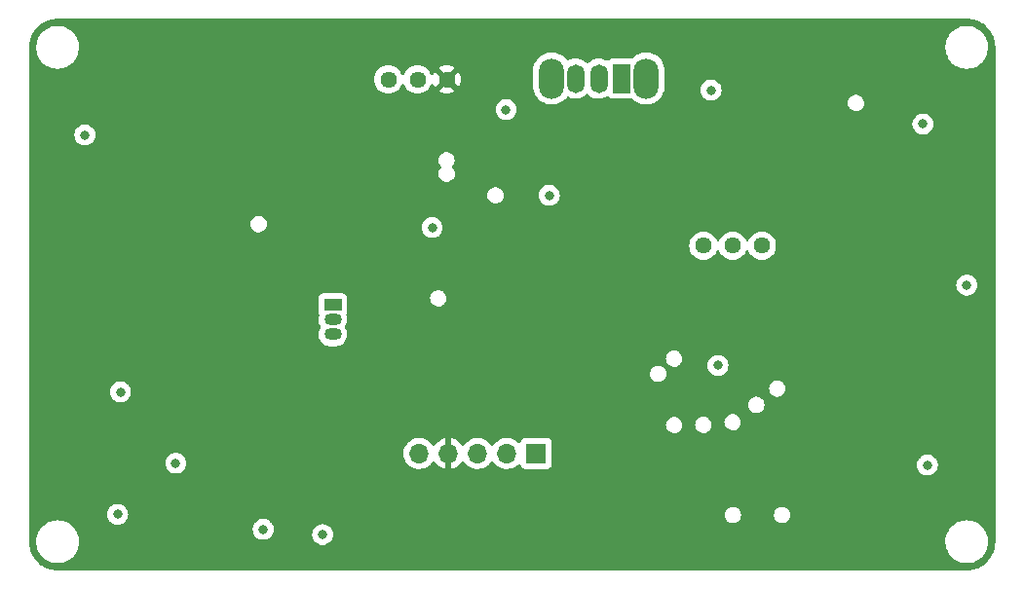
<source format=gbr>
%TF.GenerationSoftware,KiCad,Pcbnew,(6.0.9)*%
%TF.CreationDate,2022-11-20T11:02:21-05:00*%
%TF.ProjectId,RadarProject,52616461-7250-4726-9f6a-6563742e6b69,rev?*%
%TF.SameCoordinates,Original*%
%TF.FileFunction,Copper,L3,Inr*%
%TF.FilePolarity,Positive*%
%FSLAX46Y46*%
G04 Gerber Fmt 4.6, Leading zero omitted, Abs format (unit mm)*
G04 Created by KiCad (PCBNEW (6.0.9)) date 2022-11-20 11:02:21*
%MOMM*%
%LPD*%
G01*
G04 APERTURE LIST*
%TA.AperFunction,ComponentPad*%
%ADD10C,1.440000*%
%TD*%
%TA.AperFunction,ComponentPad*%
%ADD11R,1.500000X1.050000*%
%TD*%
%TA.AperFunction,ComponentPad*%
%ADD12O,1.500000X1.050000*%
%TD*%
%TA.AperFunction,ComponentPad*%
%ADD13R,1.700000X1.700000*%
%TD*%
%TA.AperFunction,ComponentPad*%
%ADD14O,1.700000X1.700000*%
%TD*%
%TA.AperFunction,ComponentPad*%
%ADD15O,2.200000X3.500000*%
%TD*%
%TA.AperFunction,ComponentPad*%
%ADD16R,1.500000X2.500000*%
%TD*%
%TA.AperFunction,ComponentPad*%
%ADD17O,1.500000X2.500000*%
%TD*%
%TA.AperFunction,ViaPad*%
%ADD18C,0.800000*%
%TD*%
G04 APERTURE END LIST*
D10*
%TO.N,+5V*%
%TO.C,RV1*%
X56810000Y-25797500D03*
%TO.N,Net-(R8-Pad1)*%
X54270000Y-25797500D03*
%TO.N,Earth*%
X51730000Y-25797500D03*
%TD*%
D11*
%TO.N,Earth*%
%TO.C,Q1*%
X46902500Y-45420000D03*
D12*
%TO.N,Net-(Q1-Pad2)*%
X46902500Y-46690000D03*
%TO.N,Net-(Q1-Pad3)*%
X46902500Y-47960000D03*
%TD*%
D13*
%TO.N,Earth*%
%TO.C,J3*%
X64570000Y-58320000D03*
D14*
%TO.N,unconnected-(J3-Pad2)*%
X62030000Y-58320000D03*
%TO.N,Net-(J3-Pad3)*%
X59490000Y-58320000D03*
%TO.N,+5V*%
X56950000Y-58320000D03*
%TO.N,Net-(J3-Pad5)*%
X54410000Y-58320000D03*
%TD*%
D10*
%TO.N,Net-(R6-Pad2)*%
%TO.C,RV2*%
X79110000Y-40247500D03*
%TO.N,Net-(R12-Pad1)*%
X81650000Y-40247500D03*
X84190000Y-40247500D03*
%TD*%
D15*
%TO.N,*%
%TO.C,SW1*%
X65930000Y-25710000D03*
X74130000Y-25710000D03*
D16*
%TO.N,Net-(SW1-Pad1)*%
X72030000Y-25710000D03*
D17*
%TO.N,Net-(J3-Pad5)*%
X70030000Y-25710000D03*
%TO.N,Net-(R31-Pad1)*%
X68030000Y-25710000D03*
%TD*%
D18*
%TO.N,Earth*%
X61970000Y-28420000D03*
X28460000Y-52970000D03*
X33270000Y-59170000D03*
X40860000Y-64920000D03*
X98190000Y-29680000D03*
X102000000Y-43680000D03*
X46020000Y-65380000D03*
X65720000Y-35870000D03*
X25360000Y-30620000D03*
X80380000Y-50670000D03*
X55550000Y-38680000D03*
X28210000Y-63620000D03*
X98580000Y-59320000D03*
X79777500Y-26730000D03*
%TO.N,+5V*%
X80380000Y-54480000D03*
X55530000Y-34000000D03*
X50570000Y-45170000D03*
X85620000Y-60970000D03*
X81240000Y-34140000D03*
X95190000Y-49500000D03*
X46390000Y-31000000D03*
X87657500Y-27090000D03*
X34790000Y-54760000D03*
X23070000Y-59760000D03*
X79840000Y-64330000D03*
%TD*%
%TA.AperFunction,Conductor*%
%TO.N,+5V*%
G36*
X101970018Y-20510000D02*
G01*
X101984851Y-20512310D01*
X101984855Y-20512310D01*
X101993724Y-20513691D01*
X102010923Y-20511442D01*
X102034863Y-20510609D01*
X102292710Y-20526206D01*
X102307814Y-20528040D01*
X102379786Y-20541229D01*
X102588760Y-20579525D01*
X102603526Y-20583164D01*
X102876231Y-20668142D01*
X102890445Y-20673534D01*
X103108223Y-20771547D01*
X103150906Y-20790757D01*
X103164379Y-20797828D01*
X103408813Y-20945595D01*
X103421334Y-20954238D01*
X103646171Y-21130385D01*
X103657560Y-21140475D01*
X103859525Y-21342440D01*
X103869615Y-21353829D01*
X104045762Y-21578666D01*
X104054405Y-21591187D01*
X104202172Y-21835621D01*
X104209242Y-21849092D01*
X104326466Y-22109555D01*
X104331858Y-22123769D01*
X104371168Y-22249921D01*
X104416836Y-22396473D01*
X104420475Y-22411240D01*
X104424223Y-22431688D01*
X104471960Y-22692186D01*
X104473794Y-22707290D01*
X104488953Y-22957904D01*
X104487692Y-22984716D01*
X104487690Y-22984852D01*
X104486309Y-22993724D01*
X104487473Y-23002626D01*
X104487473Y-23002628D01*
X104490436Y-23025283D01*
X104491500Y-23041621D01*
X104491500Y-65950633D01*
X104490000Y-65970018D01*
X104487690Y-65984851D01*
X104487690Y-65984855D01*
X104486309Y-65993724D01*
X104488558Y-66010919D01*
X104489391Y-66034863D01*
X104473794Y-66292710D01*
X104471960Y-66307814D01*
X104470605Y-66315209D01*
X104423410Y-66572750D01*
X104420477Y-66588754D01*
X104416836Y-66603526D01*
X104349847Y-66818503D01*
X104331859Y-66876227D01*
X104326466Y-66890445D01*
X104209243Y-67150906D01*
X104202172Y-67164379D01*
X104054405Y-67408813D01*
X104045762Y-67421334D01*
X103869615Y-67646171D01*
X103859525Y-67657560D01*
X103657560Y-67859525D01*
X103646171Y-67869615D01*
X103421334Y-68045762D01*
X103408813Y-68054405D01*
X103164379Y-68202172D01*
X103150908Y-68209242D01*
X102890445Y-68326466D01*
X102876231Y-68331858D01*
X102603527Y-68416836D01*
X102588760Y-68420475D01*
X102379786Y-68458771D01*
X102307814Y-68471960D01*
X102292710Y-68473794D01*
X102042096Y-68488953D01*
X102015284Y-68487692D01*
X102015148Y-68487690D01*
X102006276Y-68486309D01*
X101997374Y-68487473D01*
X101997372Y-68487473D01*
X101982707Y-68489391D01*
X101974714Y-68490436D01*
X101958379Y-68491500D01*
X23049367Y-68491500D01*
X23029982Y-68490000D01*
X23015149Y-68487690D01*
X23015145Y-68487690D01*
X23006276Y-68486309D01*
X22989077Y-68488558D01*
X22965137Y-68489391D01*
X22707290Y-68473794D01*
X22692186Y-68471960D01*
X22620214Y-68458771D01*
X22411240Y-68420475D01*
X22396473Y-68416836D01*
X22123769Y-68331858D01*
X22109555Y-68326466D01*
X21849092Y-68209242D01*
X21835621Y-68202172D01*
X21591187Y-68054405D01*
X21578666Y-68045762D01*
X21353829Y-67869615D01*
X21342440Y-67859525D01*
X21140475Y-67657560D01*
X21130385Y-67646171D01*
X20954238Y-67421334D01*
X20945595Y-67408813D01*
X20797828Y-67164379D01*
X20790757Y-67150906D01*
X20673534Y-66890445D01*
X20668141Y-66876227D01*
X20650154Y-66818503D01*
X20583164Y-66603526D01*
X20579523Y-66588754D01*
X20576591Y-66572750D01*
X20529395Y-66315209D01*
X20528040Y-66307814D01*
X20526206Y-66292710D01*
X20511269Y-66045768D01*
X20511454Y-66042277D01*
X21137009Y-66042277D01*
X21162625Y-66310769D01*
X21163710Y-66315203D01*
X21163711Y-66315209D01*
X21225645Y-66568312D01*
X21226731Y-66572750D01*
X21327985Y-66822733D01*
X21464265Y-67055482D01*
X21467118Y-67059049D01*
X21584686Y-67206060D01*
X21632716Y-67266119D01*
X21829809Y-67450234D01*
X22051416Y-67603968D01*
X22055499Y-67605999D01*
X22055502Y-67606001D01*
X22136248Y-67646171D01*
X22292894Y-67724101D01*
X22297228Y-67725522D01*
X22297231Y-67725523D01*
X22544853Y-67806698D01*
X22544859Y-67806699D01*
X22549186Y-67808118D01*
X22553677Y-67808898D01*
X22553678Y-67808898D01*
X22811140Y-67853601D01*
X22811148Y-67853602D01*
X22814921Y-67854257D01*
X22818758Y-67854448D01*
X22898578Y-67858422D01*
X22898586Y-67858422D01*
X22900149Y-67858500D01*
X23068512Y-67858500D01*
X23070780Y-67858335D01*
X23070792Y-67858335D01*
X23201884Y-67848823D01*
X23269004Y-67843953D01*
X23273459Y-67842969D01*
X23273462Y-67842969D01*
X23527912Y-67786791D01*
X23527916Y-67786790D01*
X23532372Y-67785806D01*
X23658480Y-67738028D01*
X23780318Y-67691868D01*
X23780321Y-67691867D01*
X23784588Y-67690250D01*
X24020368Y-67559286D01*
X24234773Y-67395657D01*
X24423312Y-67202792D01*
X24582034Y-66984730D01*
X24665190Y-66826676D01*
X24705490Y-66750079D01*
X24705493Y-66750073D01*
X24707615Y-66746039D01*
X24729065Y-66685300D01*
X24795902Y-66496033D01*
X24795902Y-66496032D01*
X24797425Y-66491720D01*
X24833090Y-66310769D01*
X24848700Y-66231572D01*
X24848701Y-66231566D01*
X24849581Y-66227100D01*
X24857956Y-66058866D01*
X24862764Y-65962292D01*
X24862764Y-65962286D01*
X24862991Y-65957723D01*
X24837375Y-65689231D01*
X24814062Y-65593955D01*
X24774355Y-65431688D01*
X24773269Y-65427250D01*
X24672015Y-65177267D01*
X24535735Y-64944518D01*
X24516127Y-64920000D01*
X39946496Y-64920000D01*
X39966458Y-65109928D01*
X40025473Y-65291556D01*
X40120960Y-65456944D01*
X40125378Y-65461851D01*
X40125379Y-65461852D01*
X40167183Y-65508280D01*
X40248747Y-65598866D01*
X40347843Y-65670864D01*
X40379389Y-65693783D01*
X40403248Y-65711118D01*
X40409276Y-65713802D01*
X40409278Y-65713803D01*
X40531969Y-65768428D01*
X40577712Y-65788794D01*
X40671112Y-65808647D01*
X40758056Y-65827128D01*
X40758061Y-65827128D01*
X40764513Y-65828500D01*
X40955487Y-65828500D01*
X40961939Y-65827128D01*
X40961944Y-65827128D01*
X41048888Y-65808647D01*
X41142288Y-65788794D01*
X41188031Y-65768428D01*
X41310722Y-65713803D01*
X41310724Y-65713802D01*
X41316752Y-65711118D01*
X41340612Y-65693783D01*
X41372157Y-65670864D01*
X41471253Y-65598866D01*
X41552817Y-65508280D01*
X41594621Y-65461852D01*
X41594622Y-65461851D01*
X41599040Y-65456944D01*
X41643464Y-65380000D01*
X45106496Y-65380000D01*
X45107186Y-65386565D01*
X45119979Y-65508280D01*
X45126458Y-65569928D01*
X45185473Y-65751556D01*
X45188776Y-65757278D01*
X45188777Y-65757279D01*
X45222686Y-65816010D01*
X45280960Y-65916944D01*
X45285378Y-65921851D01*
X45285379Y-65921852D01*
X45397912Y-66046833D01*
X45408747Y-66058866D01*
X45563248Y-66171118D01*
X45569276Y-66173802D01*
X45569278Y-66173803D01*
X45731681Y-66246109D01*
X45737712Y-66248794D01*
X45831112Y-66268647D01*
X45918056Y-66287128D01*
X45918061Y-66287128D01*
X45924513Y-66288500D01*
X46115487Y-66288500D01*
X46121939Y-66287128D01*
X46121944Y-66287128D01*
X46208888Y-66268647D01*
X46302288Y-66248794D01*
X46308319Y-66246109D01*
X46470722Y-66173803D01*
X46470724Y-66173802D01*
X46476752Y-66171118D01*
X46631253Y-66058866D01*
X46642088Y-66046833D01*
X46646190Y-66042277D01*
X100137009Y-66042277D01*
X100162625Y-66310769D01*
X100163710Y-66315203D01*
X100163711Y-66315209D01*
X100225645Y-66568312D01*
X100226731Y-66572750D01*
X100327985Y-66822733D01*
X100464265Y-67055482D01*
X100467118Y-67059049D01*
X100584686Y-67206060D01*
X100632716Y-67266119D01*
X100829809Y-67450234D01*
X101051416Y-67603968D01*
X101055499Y-67605999D01*
X101055502Y-67606001D01*
X101136248Y-67646171D01*
X101292894Y-67724101D01*
X101297228Y-67725522D01*
X101297231Y-67725523D01*
X101544853Y-67806698D01*
X101544859Y-67806699D01*
X101549186Y-67808118D01*
X101553677Y-67808898D01*
X101553678Y-67808898D01*
X101811140Y-67853601D01*
X101811148Y-67853602D01*
X101814921Y-67854257D01*
X101818758Y-67854448D01*
X101898578Y-67858422D01*
X101898586Y-67858422D01*
X101900149Y-67858500D01*
X102068512Y-67858500D01*
X102070780Y-67858335D01*
X102070792Y-67858335D01*
X102201884Y-67848823D01*
X102269004Y-67843953D01*
X102273459Y-67842969D01*
X102273462Y-67842969D01*
X102527912Y-67786791D01*
X102527916Y-67786790D01*
X102532372Y-67785806D01*
X102658480Y-67738028D01*
X102780318Y-67691868D01*
X102780321Y-67691867D01*
X102784588Y-67690250D01*
X103020368Y-67559286D01*
X103234773Y-67395657D01*
X103423312Y-67202792D01*
X103582034Y-66984730D01*
X103665190Y-66826676D01*
X103705490Y-66750079D01*
X103705493Y-66750073D01*
X103707615Y-66746039D01*
X103729065Y-66685300D01*
X103795902Y-66496033D01*
X103795902Y-66496032D01*
X103797425Y-66491720D01*
X103833090Y-66310769D01*
X103848700Y-66231572D01*
X103848701Y-66231566D01*
X103849581Y-66227100D01*
X103857956Y-66058866D01*
X103862764Y-65962292D01*
X103862764Y-65962286D01*
X103862991Y-65957723D01*
X103837375Y-65689231D01*
X103814062Y-65593955D01*
X103774355Y-65431688D01*
X103773269Y-65427250D01*
X103672015Y-65177267D01*
X103535735Y-64944518D01*
X103417928Y-64797208D01*
X103370136Y-64737447D01*
X103370135Y-64737445D01*
X103367284Y-64733881D01*
X103170191Y-64549766D01*
X102948584Y-64396032D01*
X102944501Y-64394001D01*
X102944498Y-64393999D01*
X102779606Y-64311967D01*
X102707106Y-64275899D01*
X102702772Y-64274478D01*
X102702769Y-64274477D01*
X102455147Y-64193302D01*
X102455141Y-64193301D01*
X102450814Y-64191882D01*
X102446322Y-64191102D01*
X102188860Y-64146399D01*
X102188852Y-64146398D01*
X102185079Y-64145743D01*
X102173817Y-64145182D01*
X102101422Y-64141578D01*
X102101414Y-64141578D01*
X102099851Y-64141500D01*
X101931488Y-64141500D01*
X101929220Y-64141665D01*
X101929208Y-64141665D01*
X101806220Y-64150589D01*
X101730996Y-64156047D01*
X101726541Y-64157031D01*
X101726538Y-64157031D01*
X101472088Y-64213209D01*
X101472084Y-64213210D01*
X101467628Y-64214194D01*
X101348678Y-64259260D01*
X101219682Y-64308132D01*
X101219679Y-64308133D01*
X101215412Y-64309750D01*
X100979632Y-64440714D01*
X100765227Y-64604343D01*
X100576688Y-64797208D01*
X100417966Y-65015270D01*
X100415844Y-65019304D01*
X100294510Y-65249921D01*
X100294507Y-65249927D01*
X100292385Y-65253961D01*
X100290865Y-65258266D01*
X100290863Y-65258270D01*
X100204098Y-65503967D01*
X100202575Y-65508280D01*
X100189187Y-65576206D01*
X100153498Y-65757279D01*
X100150419Y-65772900D01*
X100150192Y-65777453D01*
X100150192Y-65777456D01*
X100137878Y-66024823D01*
X100137009Y-66042277D01*
X46646190Y-66042277D01*
X46754621Y-65921852D01*
X46754622Y-65921851D01*
X46759040Y-65916944D01*
X46817314Y-65816010D01*
X46851223Y-65757279D01*
X46851224Y-65757278D01*
X46854527Y-65751556D01*
X46913542Y-65569928D01*
X46920022Y-65508280D01*
X46932814Y-65386565D01*
X46933504Y-65380000D01*
X46913542Y-65190072D01*
X46854527Y-65008444D01*
X46759040Y-64843056D01*
X46660739Y-64733881D01*
X46635675Y-64706045D01*
X46635674Y-64706044D01*
X46631253Y-64701134D01*
X46476752Y-64588882D01*
X46470724Y-64586198D01*
X46470722Y-64586197D01*
X46308319Y-64513891D01*
X46308318Y-64513891D01*
X46302288Y-64511206D01*
X46203303Y-64490166D01*
X46121944Y-64472872D01*
X46121939Y-64472872D01*
X46115487Y-64471500D01*
X45924513Y-64471500D01*
X45918061Y-64472872D01*
X45918056Y-64472872D01*
X45836697Y-64490166D01*
X45737712Y-64511206D01*
X45731682Y-64513891D01*
X45731681Y-64513891D01*
X45569278Y-64586197D01*
X45569276Y-64586198D01*
X45563248Y-64588882D01*
X45408747Y-64701134D01*
X45404326Y-64706044D01*
X45404325Y-64706045D01*
X45379262Y-64733881D01*
X45280960Y-64843056D01*
X45185473Y-65008444D01*
X45126458Y-65190072D01*
X45106496Y-65380000D01*
X41643464Y-65380000D01*
X41694527Y-65291556D01*
X41753542Y-65109928D01*
X41773504Y-64920000D01*
X41753542Y-64730072D01*
X41694527Y-64548444D01*
X41672236Y-64509834D01*
X41616792Y-64413803D01*
X41599040Y-64383056D01*
X41562984Y-64343011D01*
X41475675Y-64246045D01*
X41475674Y-64246044D01*
X41471253Y-64241134D01*
X41334346Y-64141665D01*
X41322094Y-64132763D01*
X41322093Y-64132762D01*
X41316752Y-64128882D01*
X41310724Y-64126198D01*
X41310722Y-64126197D01*
X41148319Y-64053891D01*
X41148318Y-64053891D01*
X41142288Y-64051206D01*
X41048888Y-64031353D01*
X40961944Y-64012872D01*
X40961939Y-64012872D01*
X40955487Y-64011500D01*
X40764513Y-64011500D01*
X40758061Y-64012872D01*
X40758056Y-64012872D01*
X40671112Y-64031353D01*
X40577712Y-64051206D01*
X40571682Y-64053891D01*
X40571681Y-64053891D01*
X40409278Y-64126197D01*
X40409276Y-64126198D01*
X40403248Y-64128882D01*
X40397907Y-64132762D01*
X40397906Y-64132763D01*
X40385654Y-64141665D01*
X40248747Y-64241134D01*
X40244326Y-64246044D01*
X40244325Y-64246045D01*
X40157017Y-64343011D01*
X40120960Y-64383056D01*
X40103208Y-64413803D01*
X40047765Y-64509834D01*
X40025473Y-64548444D01*
X39966458Y-64730072D01*
X39946496Y-64920000D01*
X24516127Y-64920000D01*
X24417928Y-64797208D01*
X24370136Y-64737447D01*
X24370135Y-64737445D01*
X24367284Y-64733881D01*
X24170191Y-64549766D01*
X23948584Y-64396032D01*
X23944501Y-64394001D01*
X23944498Y-64393999D01*
X23779606Y-64311967D01*
X23707106Y-64275899D01*
X23702772Y-64274478D01*
X23702769Y-64274477D01*
X23455147Y-64193302D01*
X23455141Y-64193301D01*
X23450814Y-64191882D01*
X23446322Y-64191102D01*
X23188860Y-64146399D01*
X23188852Y-64146398D01*
X23185079Y-64145743D01*
X23173817Y-64145182D01*
X23101422Y-64141578D01*
X23101414Y-64141578D01*
X23099851Y-64141500D01*
X22931488Y-64141500D01*
X22929220Y-64141665D01*
X22929208Y-64141665D01*
X22806220Y-64150589D01*
X22730996Y-64156047D01*
X22726541Y-64157031D01*
X22726538Y-64157031D01*
X22472088Y-64213209D01*
X22472084Y-64213210D01*
X22467628Y-64214194D01*
X22348678Y-64259260D01*
X22219682Y-64308132D01*
X22219679Y-64308133D01*
X22215412Y-64309750D01*
X21979632Y-64440714D01*
X21765227Y-64604343D01*
X21576688Y-64797208D01*
X21417966Y-65015270D01*
X21415844Y-65019304D01*
X21294510Y-65249921D01*
X21294507Y-65249927D01*
X21292385Y-65253961D01*
X21290865Y-65258266D01*
X21290863Y-65258270D01*
X21204098Y-65503967D01*
X21202575Y-65508280D01*
X21189187Y-65576206D01*
X21153498Y-65757279D01*
X21150419Y-65772900D01*
X21150192Y-65777453D01*
X21150192Y-65777456D01*
X21137878Y-66024823D01*
X21137009Y-66042277D01*
X20511454Y-66042277D01*
X20512520Y-66022216D01*
X20512334Y-66022199D01*
X20512769Y-66017350D01*
X20513576Y-66012552D01*
X20513729Y-66000000D01*
X20509773Y-65972376D01*
X20508500Y-65954514D01*
X20508500Y-63620000D01*
X27296496Y-63620000D01*
X27316458Y-63809928D01*
X27375473Y-63991556D01*
X27378776Y-63997278D01*
X27378777Y-63997279D01*
X27390451Y-64017498D01*
X27470960Y-64156944D01*
X27475378Y-64161851D01*
X27475379Y-64161852D01*
X27561076Y-64257028D01*
X27598747Y-64298866D01*
X27753248Y-64411118D01*
X27759276Y-64413802D01*
X27759278Y-64413803D01*
X27891950Y-64472872D01*
X27927712Y-64488794D01*
X28021113Y-64508647D01*
X28108056Y-64527128D01*
X28108061Y-64527128D01*
X28114513Y-64528500D01*
X28305487Y-64528500D01*
X28311939Y-64527128D01*
X28311944Y-64527128D01*
X28398887Y-64508647D01*
X28492288Y-64488794D01*
X28528050Y-64472872D01*
X28660722Y-64413803D01*
X28660724Y-64413802D01*
X28666752Y-64411118D01*
X28821253Y-64298866D01*
X28858924Y-64257028D01*
X28944621Y-64161852D01*
X28944622Y-64161851D01*
X28949040Y-64156944D01*
X29029549Y-64017498D01*
X29041223Y-63997279D01*
X29041224Y-63997278D01*
X29044527Y-63991556D01*
X29103542Y-63809928D01*
X29119297Y-63660026D01*
X80966335Y-63660026D01*
X80975744Y-63745251D01*
X80983578Y-63816206D01*
X80985153Y-63830475D01*
X80987762Y-63837606D01*
X80987763Y-63837608D01*
X80994019Y-63854702D01*
X81044085Y-63991515D01*
X81048322Y-63997821D01*
X81048324Y-63997824D01*
X81083274Y-64049834D01*
X81139730Y-64133849D01*
X81163763Y-64155717D01*
X81257635Y-64241134D01*
X81266565Y-64249260D01*
X81417268Y-64331085D01*
X81583139Y-64374601D01*
X81670586Y-64375974D01*
X81747003Y-64377175D01*
X81747006Y-64377175D01*
X81754602Y-64377294D01*
X81762006Y-64375598D01*
X81762008Y-64375598D01*
X81824846Y-64361206D01*
X81921759Y-64339010D01*
X82074958Y-64261959D01*
X82080729Y-64257030D01*
X82080732Y-64257028D01*
X82197914Y-64156944D01*
X82205355Y-64150589D01*
X82305424Y-64011330D01*
X82369385Y-63852220D01*
X82373554Y-63822925D01*
X82392966Y-63686531D01*
X82392966Y-63686527D01*
X82393547Y-63682447D01*
X82393677Y-63670026D01*
X85236335Y-63670026D01*
X85245744Y-63755251D01*
X85252474Y-63816206D01*
X85255153Y-63840475D01*
X85257762Y-63847606D01*
X85257763Y-63847608D01*
X85265688Y-63869264D01*
X85314085Y-64001515D01*
X85318322Y-64007821D01*
X85318324Y-64007824D01*
X85322666Y-64014285D01*
X85409730Y-64143849D01*
X85536565Y-64259260D01*
X85687268Y-64341085D01*
X85853139Y-64384601D01*
X85940586Y-64385974D01*
X86017003Y-64387175D01*
X86017006Y-64387175D01*
X86024602Y-64387294D01*
X86032006Y-64385598D01*
X86032008Y-64385598D01*
X86094846Y-64371206D01*
X86191759Y-64349010D01*
X86344958Y-64271959D01*
X86350729Y-64267030D01*
X86350732Y-64267028D01*
X86469578Y-64165523D01*
X86475355Y-64160589D01*
X86575424Y-64021330D01*
X86639385Y-63862220D01*
X86643903Y-63830475D01*
X86662966Y-63696531D01*
X86662966Y-63696527D01*
X86663547Y-63692447D01*
X86663704Y-63677500D01*
X86643102Y-63507258D01*
X86639324Y-63497258D01*
X86585171Y-63353947D01*
X86582487Y-63346844D01*
X86485357Y-63205519D01*
X86479686Y-63200466D01*
X86362993Y-63096496D01*
X86362990Y-63096494D01*
X86357321Y-63091443D01*
X86349325Y-63087209D01*
X86212481Y-63014754D01*
X86212482Y-63014754D01*
X86205769Y-63011200D01*
X86188196Y-63006786D01*
X86046822Y-62971275D01*
X86046818Y-62971275D01*
X86039451Y-62969424D01*
X86031852Y-62969384D01*
X86031850Y-62969384D01*
X85960394Y-62969010D01*
X85867969Y-62968526D01*
X85860589Y-62970298D01*
X85860587Y-62970298D01*
X85708602Y-63006786D01*
X85708598Y-63006787D01*
X85701223Y-63008558D01*
X85548839Y-63087209D01*
X85419615Y-63199939D01*
X85321010Y-63340239D01*
X85289864Y-63420124D01*
X85262617Y-63490009D01*
X85258718Y-63500009D01*
X85257726Y-63507542D01*
X85257726Y-63507543D01*
X85237652Y-63660026D01*
X85236335Y-63670026D01*
X82393677Y-63670026D01*
X82393704Y-63667500D01*
X82374347Y-63507543D01*
X82374015Y-63504799D01*
X82374014Y-63504796D01*
X82373102Y-63497258D01*
X82345343Y-63423794D01*
X82315171Y-63343947D01*
X82312487Y-63336844D01*
X82256051Y-63254729D01*
X82219659Y-63201778D01*
X82219658Y-63201776D01*
X82215357Y-63195519D01*
X82209686Y-63190466D01*
X82092993Y-63086496D01*
X82092990Y-63086494D01*
X82087321Y-63081443D01*
X82079325Y-63077209D01*
X81956240Y-63012039D01*
X81935769Y-63001200D01*
X81918196Y-62996786D01*
X81776822Y-62961275D01*
X81776818Y-62961275D01*
X81769451Y-62959424D01*
X81761852Y-62959384D01*
X81761850Y-62959384D01*
X81690394Y-62959010D01*
X81597969Y-62958526D01*
X81590589Y-62960298D01*
X81590587Y-62960298D01*
X81438602Y-62996786D01*
X81438598Y-62996787D01*
X81431223Y-62998558D01*
X81278839Y-63077209D01*
X81273120Y-63082198D01*
X81271366Y-63083728D01*
X81149615Y-63189939D01*
X81051010Y-63330239D01*
X81044536Y-63346844D01*
X81012087Y-63430072D01*
X80988718Y-63490009D01*
X80987726Y-63497542D01*
X80987726Y-63497543D01*
X80972469Y-63613435D01*
X80966335Y-63660026D01*
X29119297Y-63660026D01*
X29123504Y-63620000D01*
X29112447Y-63514799D01*
X29104232Y-63436635D01*
X29104232Y-63436633D01*
X29103542Y-63430072D01*
X29044527Y-63248444D01*
X28949040Y-63083056D01*
X28943776Y-63077209D01*
X28825675Y-62946045D01*
X28825674Y-62946044D01*
X28821253Y-62941134D01*
X28666752Y-62828882D01*
X28660724Y-62826198D01*
X28660722Y-62826197D01*
X28498319Y-62753891D01*
X28498318Y-62753891D01*
X28492288Y-62751206D01*
X28398888Y-62731353D01*
X28311944Y-62712872D01*
X28311939Y-62712872D01*
X28305487Y-62711500D01*
X28114513Y-62711500D01*
X28108061Y-62712872D01*
X28108056Y-62712872D01*
X28021112Y-62731353D01*
X27927712Y-62751206D01*
X27921682Y-62753891D01*
X27921681Y-62753891D01*
X27759278Y-62826197D01*
X27759276Y-62826198D01*
X27753248Y-62828882D01*
X27598747Y-62941134D01*
X27594326Y-62946044D01*
X27594325Y-62946045D01*
X27476225Y-63077209D01*
X27470960Y-63083056D01*
X27375473Y-63248444D01*
X27316458Y-63430072D01*
X27315768Y-63436633D01*
X27315768Y-63436635D01*
X27307553Y-63514799D01*
X27296496Y-63620000D01*
X20508500Y-63620000D01*
X20508500Y-59170000D01*
X32356496Y-59170000D01*
X32357186Y-59176565D01*
X32369112Y-59290031D01*
X32376458Y-59359928D01*
X32435473Y-59541556D01*
X32438776Y-59547278D01*
X32438777Y-59547279D01*
X32462965Y-59589174D01*
X32530960Y-59706944D01*
X32658747Y-59848866D01*
X32813248Y-59961118D01*
X32819276Y-59963802D01*
X32819278Y-59963803D01*
X32906753Y-60002749D01*
X32987712Y-60038794D01*
X33081113Y-60058647D01*
X33168056Y-60077128D01*
X33168061Y-60077128D01*
X33174513Y-60078500D01*
X33365487Y-60078500D01*
X33371939Y-60077128D01*
X33371944Y-60077128D01*
X33458887Y-60058647D01*
X33552288Y-60038794D01*
X33633247Y-60002749D01*
X33720722Y-59963803D01*
X33720724Y-59963802D01*
X33726752Y-59961118D01*
X33881253Y-59848866D01*
X34009040Y-59706944D01*
X34077035Y-59589174D01*
X34101223Y-59547279D01*
X34101224Y-59547278D01*
X34104527Y-59541556D01*
X34163542Y-59359928D01*
X34170889Y-59290031D01*
X34182814Y-59176565D01*
X34183504Y-59170000D01*
X34163542Y-58980072D01*
X34104527Y-58798444D01*
X34009040Y-58633056D01*
X33915242Y-58528882D01*
X33885675Y-58496045D01*
X33885674Y-58496044D01*
X33881253Y-58491134D01*
X33726752Y-58378882D01*
X33720724Y-58376198D01*
X33720722Y-58376197D01*
X33558319Y-58303891D01*
X33558318Y-58303891D01*
X33552288Y-58301206D01*
X33484019Y-58286695D01*
X53047251Y-58286695D01*
X53047548Y-58291848D01*
X53047548Y-58291851D01*
X53052566Y-58378882D01*
X53060110Y-58509715D01*
X53061247Y-58514761D01*
X53061248Y-58514767D01*
X53065304Y-58532763D01*
X53109222Y-58727639D01*
X53193266Y-58934616D01*
X53230685Y-58995678D01*
X53307291Y-59120688D01*
X53309987Y-59125088D01*
X53456250Y-59293938D01*
X53628126Y-59436632D01*
X53821000Y-59549338D01*
X54029692Y-59629030D01*
X54034760Y-59630061D01*
X54034763Y-59630062D01*
X54129862Y-59649410D01*
X54248597Y-59673567D01*
X54253772Y-59673757D01*
X54253774Y-59673757D01*
X54466673Y-59681564D01*
X54466677Y-59681564D01*
X54471837Y-59681753D01*
X54476957Y-59681097D01*
X54476959Y-59681097D01*
X54688288Y-59654025D01*
X54688289Y-59654025D01*
X54693416Y-59653368D01*
X54698366Y-59651883D01*
X54902429Y-59590661D01*
X54902434Y-59590659D01*
X54907384Y-59589174D01*
X55107994Y-59490896D01*
X55289860Y-59361173D01*
X55297696Y-59353365D01*
X55384124Y-59267238D01*
X55448096Y-59203489D01*
X55507594Y-59120689D01*
X55578453Y-59022077D01*
X55579640Y-59022930D01*
X55626960Y-58979362D01*
X55696897Y-58967145D01*
X55762338Y-58994678D01*
X55790166Y-59026511D01*
X55847694Y-59120388D01*
X55853777Y-59128699D01*
X55993213Y-59289667D01*
X56000580Y-59296883D01*
X56164434Y-59432916D01*
X56172881Y-59438831D01*
X56356756Y-59546279D01*
X56366042Y-59550729D01*
X56565001Y-59626703D01*
X56574899Y-59629579D01*
X56678250Y-59650606D01*
X56692299Y-59649410D01*
X56696000Y-59639065D01*
X56696000Y-59638517D01*
X57204000Y-59638517D01*
X57208064Y-59652359D01*
X57221478Y-59654393D01*
X57228184Y-59653534D01*
X57238262Y-59651392D01*
X57442255Y-59590191D01*
X57451842Y-59586433D01*
X57643095Y-59492739D01*
X57651945Y-59487464D01*
X57825328Y-59363792D01*
X57833200Y-59357139D01*
X57984052Y-59206812D01*
X57990730Y-59198965D01*
X58118022Y-59021819D01*
X58119279Y-59022722D01*
X58166373Y-58979362D01*
X58236311Y-58967145D01*
X58301751Y-58994678D01*
X58329579Y-59026511D01*
X58389987Y-59125088D01*
X58536250Y-59293938D01*
X58708126Y-59436632D01*
X58901000Y-59549338D01*
X59109692Y-59629030D01*
X59114760Y-59630061D01*
X59114763Y-59630062D01*
X59209862Y-59649410D01*
X59328597Y-59673567D01*
X59333772Y-59673757D01*
X59333774Y-59673757D01*
X59546673Y-59681564D01*
X59546677Y-59681564D01*
X59551837Y-59681753D01*
X59556957Y-59681097D01*
X59556959Y-59681097D01*
X59768288Y-59654025D01*
X59768289Y-59654025D01*
X59773416Y-59653368D01*
X59778366Y-59651883D01*
X59982429Y-59590661D01*
X59982434Y-59590659D01*
X59987384Y-59589174D01*
X60187994Y-59490896D01*
X60369860Y-59361173D01*
X60377696Y-59353365D01*
X60464124Y-59267238D01*
X60528096Y-59203489D01*
X60587594Y-59120689D01*
X60658453Y-59022077D01*
X60659776Y-59023028D01*
X60706645Y-58979857D01*
X60776580Y-58967625D01*
X60842026Y-58995144D01*
X60869875Y-59026994D01*
X60929987Y-59125088D01*
X61076250Y-59293938D01*
X61248126Y-59436632D01*
X61441000Y-59549338D01*
X61649692Y-59629030D01*
X61654760Y-59630061D01*
X61654763Y-59630062D01*
X61749862Y-59649410D01*
X61868597Y-59673567D01*
X61873772Y-59673757D01*
X61873774Y-59673757D01*
X62086673Y-59681564D01*
X62086677Y-59681564D01*
X62091837Y-59681753D01*
X62096957Y-59681097D01*
X62096959Y-59681097D01*
X62308288Y-59654025D01*
X62308289Y-59654025D01*
X62313416Y-59653368D01*
X62318366Y-59651883D01*
X62522429Y-59590661D01*
X62522434Y-59590659D01*
X62527384Y-59589174D01*
X62727994Y-59490896D01*
X62909860Y-59361173D01*
X63018091Y-59253319D01*
X63080462Y-59219404D01*
X63151268Y-59224592D01*
X63208030Y-59267238D01*
X63225012Y-59298341D01*
X63269385Y-59416705D01*
X63356739Y-59533261D01*
X63473295Y-59620615D01*
X63609684Y-59671745D01*
X63671866Y-59678500D01*
X65468134Y-59678500D01*
X65530316Y-59671745D01*
X65666705Y-59620615D01*
X65783261Y-59533261D01*
X65870615Y-59416705D01*
X65906868Y-59320000D01*
X97666496Y-59320000D01*
X97667186Y-59326565D01*
X97684458Y-59490896D01*
X97686458Y-59509928D01*
X97745473Y-59691556D01*
X97840960Y-59856944D01*
X97845378Y-59861851D01*
X97845379Y-59861852D01*
X97937176Y-59963803D01*
X97968747Y-59998866D01*
X98123248Y-60111118D01*
X98129276Y-60113802D01*
X98129278Y-60113803D01*
X98291681Y-60186109D01*
X98297712Y-60188794D01*
X98391113Y-60208647D01*
X98478056Y-60227128D01*
X98478061Y-60227128D01*
X98484513Y-60228500D01*
X98675487Y-60228500D01*
X98681939Y-60227128D01*
X98681944Y-60227128D01*
X98768887Y-60208647D01*
X98862288Y-60188794D01*
X98868319Y-60186109D01*
X99030722Y-60113803D01*
X99030724Y-60113802D01*
X99036752Y-60111118D01*
X99191253Y-59998866D01*
X99222824Y-59963803D01*
X99314621Y-59861852D01*
X99314622Y-59861851D01*
X99319040Y-59856944D01*
X99414527Y-59691556D01*
X99473542Y-59509928D01*
X99475543Y-59490896D01*
X99492814Y-59326565D01*
X99493504Y-59320000D01*
X99482798Y-59218134D01*
X99474232Y-59136635D01*
X99474232Y-59136633D01*
X99473542Y-59130072D01*
X99414527Y-58948444D01*
X99406544Y-58934616D01*
X99341415Y-58821811D01*
X99319040Y-58783056D01*
X99269143Y-58727639D01*
X99195675Y-58646045D01*
X99195674Y-58646044D01*
X99191253Y-58641134D01*
X99036752Y-58528882D01*
X99030724Y-58526198D01*
X99030722Y-58526197D01*
X98868319Y-58453891D01*
X98868318Y-58453891D01*
X98862288Y-58451206D01*
X98768888Y-58431353D01*
X98681944Y-58412872D01*
X98681939Y-58412872D01*
X98675487Y-58411500D01*
X98484513Y-58411500D01*
X98478061Y-58412872D01*
X98478056Y-58412872D01*
X98391112Y-58431353D01*
X98297712Y-58451206D01*
X98291682Y-58453891D01*
X98291681Y-58453891D01*
X98129278Y-58526197D01*
X98129276Y-58526198D01*
X98123248Y-58528882D01*
X97968747Y-58641134D01*
X97964326Y-58646044D01*
X97964325Y-58646045D01*
X97890858Y-58727639D01*
X97840960Y-58783056D01*
X97818585Y-58821811D01*
X97753457Y-58934616D01*
X97745473Y-58948444D01*
X97686458Y-59130072D01*
X97685768Y-59136633D01*
X97685768Y-59136635D01*
X97677202Y-59218134D01*
X97666496Y-59320000D01*
X65906868Y-59320000D01*
X65921745Y-59280316D01*
X65928500Y-59218134D01*
X65928500Y-57421866D01*
X65921745Y-57359684D01*
X65870615Y-57223295D01*
X65783261Y-57106739D01*
X65666705Y-57019385D01*
X65530316Y-56968255D01*
X65468134Y-56961500D01*
X63671866Y-56961500D01*
X63609684Y-56968255D01*
X63473295Y-57019385D01*
X63356739Y-57106739D01*
X63269385Y-57223295D01*
X63266233Y-57231703D01*
X63224919Y-57341907D01*
X63182277Y-57398671D01*
X63115716Y-57423371D01*
X63046367Y-57408163D01*
X63013743Y-57382476D01*
X62963151Y-57326875D01*
X62963142Y-57326866D01*
X62959670Y-57323051D01*
X62955619Y-57319852D01*
X62955615Y-57319848D01*
X62788414Y-57187800D01*
X62788410Y-57187798D01*
X62784359Y-57184598D01*
X62748028Y-57164542D01*
X62732136Y-57155769D01*
X62588789Y-57076638D01*
X62583920Y-57074914D01*
X62583916Y-57074912D01*
X62383087Y-57003795D01*
X62383083Y-57003794D01*
X62378212Y-57002069D01*
X62373119Y-57001162D01*
X62373116Y-57001161D01*
X62163373Y-56963800D01*
X62163367Y-56963799D01*
X62158284Y-56962894D01*
X62084452Y-56961992D01*
X61940081Y-56960228D01*
X61940079Y-56960228D01*
X61934911Y-56960165D01*
X61714091Y-56993955D01*
X61501756Y-57063357D01*
X61303607Y-57166507D01*
X61299474Y-57169610D01*
X61299471Y-57169612D01*
X61129100Y-57297530D01*
X61124965Y-57300635D01*
X61099541Y-57327240D01*
X61031280Y-57398671D01*
X60970629Y-57462138D01*
X60863201Y-57619621D01*
X60808293Y-57664621D01*
X60737768Y-57672792D01*
X60674021Y-57641538D01*
X60653324Y-57617054D01*
X60572822Y-57492617D01*
X60572820Y-57492614D01*
X60570014Y-57488277D01*
X60419670Y-57323051D01*
X60415619Y-57319852D01*
X60415615Y-57319848D01*
X60248414Y-57187800D01*
X60248410Y-57187798D01*
X60244359Y-57184598D01*
X60208028Y-57164542D01*
X60192136Y-57155769D01*
X60048789Y-57076638D01*
X60043920Y-57074914D01*
X60043916Y-57074912D01*
X59843087Y-57003795D01*
X59843083Y-57003794D01*
X59838212Y-57002069D01*
X59833119Y-57001162D01*
X59833116Y-57001161D01*
X59623373Y-56963800D01*
X59623367Y-56963799D01*
X59618284Y-56962894D01*
X59544452Y-56961992D01*
X59400081Y-56960228D01*
X59400079Y-56960228D01*
X59394911Y-56960165D01*
X59174091Y-56993955D01*
X58961756Y-57063357D01*
X58763607Y-57166507D01*
X58759474Y-57169610D01*
X58759471Y-57169612D01*
X58589100Y-57297530D01*
X58584965Y-57300635D01*
X58559541Y-57327240D01*
X58491280Y-57398671D01*
X58430629Y-57462138D01*
X58323204Y-57619618D01*
X58322898Y-57620066D01*
X58267987Y-57665069D01*
X58197462Y-57673240D01*
X58133715Y-57641986D01*
X58113018Y-57617502D01*
X58032426Y-57492926D01*
X58026136Y-57484757D01*
X57882806Y-57327240D01*
X57875273Y-57320215D01*
X57708139Y-57188222D01*
X57699552Y-57182517D01*
X57513117Y-57079599D01*
X57503705Y-57075369D01*
X57302959Y-57004280D01*
X57292988Y-57001646D01*
X57221837Y-56988972D01*
X57208540Y-56990432D01*
X57204000Y-57004989D01*
X57204000Y-59638517D01*
X56696000Y-59638517D01*
X56696000Y-57003102D01*
X56692082Y-56989758D01*
X56677806Y-56987771D01*
X56639324Y-56993660D01*
X56629288Y-56996051D01*
X56426868Y-57062212D01*
X56417359Y-57066209D01*
X56228463Y-57164542D01*
X56219738Y-57170036D01*
X56049433Y-57297905D01*
X56041726Y-57304748D01*
X55894590Y-57458717D01*
X55888109Y-57466722D01*
X55783498Y-57620074D01*
X55728587Y-57665076D01*
X55658062Y-57673247D01*
X55594315Y-57641993D01*
X55573618Y-57617509D01*
X55492822Y-57492617D01*
X55492820Y-57492614D01*
X55490014Y-57488277D01*
X55339670Y-57323051D01*
X55335619Y-57319852D01*
X55335615Y-57319848D01*
X55168414Y-57187800D01*
X55168410Y-57187798D01*
X55164359Y-57184598D01*
X55128028Y-57164542D01*
X55112136Y-57155769D01*
X54968789Y-57076638D01*
X54963920Y-57074914D01*
X54963916Y-57074912D01*
X54763087Y-57003795D01*
X54763083Y-57003794D01*
X54758212Y-57002069D01*
X54753119Y-57001162D01*
X54753116Y-57001161D01*
X54543373Y-56963800D01*
X54543367Y-56963799D01*
X54538284Y-56962894D01*
X54464452Y-56961992D01*
X54320081Y-56960228D01*
X54320079Y-56960228D01*
X54314911Y-56960165D01*
X54094091Y-56993955D01*
X53881756Y-57063357D01*
X53683607Y-57166507D01*
X53679474Y-57169610D01*
X53679471Y-57169612D01*
X53509100Y-57297530D01*
X53504965Y-57300635D01*
X53479541Y-57327240D01*
X53411280Y-57398671D01*
X53350629Y-57462138D01*
X53224743Y-57646680D01*
X53130688Y-57849305D01*
X53070989Y-58064570D01*
X53047251Y-58286695D01*
X33484019Y-58286695D01*
X33458887Y-58281353D01*
X33371944Y-58262872D01*
X33371939Y-58262872D01*
X33365487Y-58261500D01*
X33174513Y-58261500D01*
X33168061Y-58262872D01*
X33168056Y-58262872D01*
X33081113Y-58281353D01*
X32987712Y-58301206D01*
X32981682Y-58303891D01*
X32981681Y-58303891D01*
X32819278Y-58376197D01*
X32819276Y-58376198D01*
X32813248Y-58378882D01*
X32658747Y-58491134D01*
X32654326Y-58496044D01*
X32654325Y-58496045D01*
X32624759Y-58528882D01*
X32530960Y-58633056D01*
X32435473Y-58798444D01*
X32376458Y-58980072D01*
X32356496Y-59170000D01*
X20508500Y-59170000D01*
X20508500Y-55840026D01*
X75856335Y-55840026D01*
X75875153Y-56010475D01*
X75877762Y-56017606D01*
X75877763Y-56017608D01*
X75885688Y-56039264D01*
X75934085Y-56171515D01*
X75938322Y-56177821D01*
X75938324Y-56177824D01*
X75951545Y-56197498D01*
X76029730Y-56313849D01*
X76156565Y-56429260D01*
X76307268Y-56511085D01*
X76473139Y-56554601D01*
X76560586Y-56555974D01*
X76637003Y-56557175D01*
X76637006Y-56557175D01*
X76644602Y-56557294D01*
X76652006Y-56555598D01*
X76652008Y-56555598D01*
X76714846Y-56541206D01*
X76811759Y-56519010D01*
X76964958Y-56441959D01*
X76970729Y-56437030D01*
X76970732Y-56437028D01*
X77089578Y-56335523D01*
X77095355Y-56330589D01*
X77195424Y-56191330D01*
X77259385Y-56032220D01*
X77263903Y-56000475D01*
X77282966Y-55866531D01*
X77282966Y-55866527D01*
X77283547Y-55862447D01*
X77283704Y-55847500D01*
X77281589Y-55830026D01*
X78396335Y-55830026D01*
X78415153Y-56000475D01*
X78417762Y-56007606D01*
X78417763Y-56007608D01*
X78424019Y-56024702D01*
X78474085Y-56161515D01*
X78478322Y-56167821D01*
X78478324Y-56167824D01*
X78522621Y-56233744D01*
X78569730Y-56303849D01*
X78696565Y-56419260D01*
X78847268Y-56501085D01*
X79013139Y-56544601D01*
X79100586Y-56545974D01*
X79177003Y-56547175D01*
X79177006Y-56547175D01*
X79184602Y-56547294D01*
X79192006Y-56545598D01*
X79192008Y-56545598D01*
X79254846Y-56531206D01*
X79351759Y-56509010D01*
X79504958Y-56431959D01*
X79510729Y-56427030D01*
X79510732Y-56427028D01*
X79629578Y-56325523D01*
X79635355Y-56320589D01*
X79723806Y-56197498D01*
X79730992Y-56187498D01*
X79730993Y-56187497D01*
X79735424Y-56181330D01*
X79799385Y-56022220D01*
X79803554Y-55992925D01*
X79822966Y-55856531D01*
X79822966Y-55856527D01*
X79823547Y-55852447D01*
X79823704Y-55837500D01*
X79817014Y-55782220D01*
X79804015Y-55674799D01*
X79804014Y-55674796D01*
X79803102Y-55667258D01*
X79775192Y-55593394D01*
X79773919Y-55590026D01*
X80936335Y-55590026D01*
X80955153Y-55760475D01*
X80957762Y-55767606D01*
X80957763Y-55767608D01*
X80965688Y-55789264D01*
X81014085Y-55921515D01*
X81109730Y-56063849D01*
X81173147Y-56121554D01*
X81217064Y-56161515D01*
X81236565Y-56179260D01*
X81387268Y-56261085D01*
X81553139Y-56304601D01*
X81640586Y-56305974D01*
X81717003Y-56307175D01*
X81717006Y-56307175D01*
X81724602Y-56307294D01*
X81732006Y-56305598D01*
X81732008Y-56305598D01*
X81794846Y-56291206D01*
X81891759Y-56269010D01*
X82044958Y-56191959D01*
X82050729Y-56187030D01*
X82050732Y-56187028D01*
X82169578Y-56085523D01*
X82175355Y-56080589D01*
X82275424Y-55941330D01*
X82339385Y-55782220D01*
X82355706Y-55667543D01*
X82362966Y-55616531D01*
X82362966Y-55616527D01*
X82363547Y-55612447D01*
X82363704Y-55597500D01*
X82343102Y-55427258D01*
X82320013Y-55366153D01*
X82285171Y-55273947D01*
X82282487Y-55266844D01*
X82224202Y-55182039D01*
X82189659Y-55131778D01*
X82189658Y-55131776D01*
X82185357Y-55125519D01*
X82179686Y-55120466D01*
X82062993Y-55016496D01*
X82062990Y-55016494D01*
X82057321Y-55011443D01*
X82049325Y-55007209D01*
X81912481Y-54934754D01*
X81912482Y-54934754D01*
X81905769Y-54931200D01*
X81888196Y-54926786D01*
X81746822Y-54891275D01*
X81746818Y-54891275D01*
X81739451Y-54889424D01*
X81731852Y-54889384D01*
X81731850Y-54889384D01*
X81660394Y-54889010D01*
X81567969Y-54888526D01*
X81560589Y-54890298D01*
X81560587Y-54890298D01*
X81408602Y-54926786D01*
X81408598Y-54926787D01*
X81401223Y-54928558D01*
X81248839Y-55007209D01*
X81119615Y-55119939D01*
X81021010Y-55260239D01*
X80989864Y-55340124D01*
X80973624Y-55381778D01*
X80958718Y-55420009D01*
X80957726Y-55427542D01*
X80957726Y-55427543D01*
X80945970Y-55516844D01*
X80936335Y-55590026D01*
X79773919Y-55590026D01*
X79745171Y-55513947D01*
X79742487Y-55506844D01*
X79645357Y-55365519D01*
X79639686Y-55360466D01*
X79522993Y-55256496D01*
X79522990Y-55256494D01*
X79517321Y-55251443D01*
X79509325Y-55247209D01*
X79386240Y-55182039D01*
X79365769Y-55171200D01*
X79348196Y-55166786D01*
X79206822Y-55131275D01*
X79206818Y-55131275D01*
X79199451Y-55129424D01*
X79191852Y-55129384D01*
X79191850Y-55129384D01*
X79120394Y-55129010D01*
X79027969Y-55128526D01*
X79020589Y-55130298D01*
X79020587Y-55130298D01*
X78868602Y-55166786D01*
X78868598Y-55166787D01*
X78861223Y-55168558D01*
X78708839Y-55247209D01*
X78579615Y-55359939D01*
X78481010Y-55500239D01*
X78418718Y-55660009D01*
X78417726Y-55667542D01*
X78417726Y-55667543D01*
X78402629Y-55782220D01*
X78396335Y-55830026D01*
X77281589Y-55830026D01*
X77263102Y-55677258D01*
X77259324Y-55667258D01*
X77205171Y-55523947D01*
X77202487Y-55516844D01*
X77105357Y-55375519D01*
X77099686Y-55370466D01*
X76982993Y-55266496D01*
X76982990Y-55266494D01*
X76977321Y-55261443D01*
X76969325Y-55257209D01*
X76832481Y-55184754D01*
X76832482Y-55184754D01*
X76825769Y-55181200D01*
X76808196Y-55176786D01*
X76666822Y-55141275D01*
X76666818Y-55141275D01*
X76659451Y-55139424D01*
X76651852Y-55139384D01*
X76651850Y-55139384D01*
X76580394Y-55139010D01*
X76487969Y-55138526D01*
X76480589Y-55140298D01*
X76480587Y-55140298D01*
X76328602Y-55176786D01*
X76328598Y-55176787D01*
X76321223Y-55178558D01*
X76168839Y-55257209D01*
X76039615Y-55369939D01*
X75941010Y-55510239D01*
X75912838Y-55582495D01*
X75882617Y-55660009D01*
X75878718Y-55670009D01*
X75877726Y-55677542D01*
X75877726Y-55677543D01*
X75857652Y-55830026D01*
X75856335Y-55840026D01*
X20508500Y-55840026D01*
X20508500Y-54090026D01*
X82996335Y-54090026D01*
X83015153Y-54260475D01*
X83017762Y-54267606D01*
X83017763Y-54267608D01*
X83025688Y-54289264D01*
X83074085Y-54421515D01*
X83169730Y-54563849D01*
X83296565Y-54679260D01*
X83447268Y-54761085D01*
X83613139Y-54804601D01*
X83700586Y-54805974D01*
X83777003Y-54807175D01*
X83777006Y-54807175D01*
X83784602Y-54807294D01*
X83792006Y-54805598D01*
X83792008Y-54805598D01*
X83854846Y-54791206D01*
X83951759Y-54769010D01*
X84104958Y-54691959D01*
X84110729Y-54687030D01*
X84110732Y-54687028D01*
X84229578Y-54585523D01*
X84235355Y-54580589D01*
X84335424Y-54441330D01*
X84399385Y-54282220D01*
X84423547Y-54112447D01*
X84423704Y-54097500D01*
X84403102Y-53927258D01*
X84369675Y-53838794D01*
X84345171Y-53773947D01*
X84342487Y-53766844D01*
X84245357Y-53625519D01*
X84239686Y-53620466D01*
X84122993Y-53516496D01*
X84122990Y-53516494D01*
X84117321Y-53511443D01*
X84109325Y-53507209D01*
X83972481Y-53434754D01*
X83972482Y-53434754D01*
X83965769Y-53431200D01*
X83948196Y-53426786D01*
X83806822Y-53391275D01*
X83806818Y-53391275D01*
X83799451Y-53389424D01*
X83791852Y-53389384D01*
X83791850Y-53389384D01*
X83720394Y-53389010D01*
X83627969Y-53388526D01*
X83620589Y-53390298D01*
X83620587Y-53390298D01*
X83468602Y-53426786D01*
X83468598Y-53426787D01*
X83461223Y-53428558D01*
X83308839Y-53507209D01*
X83179615Y-53619939D01*
X83081010Y-53760239D01*
X83051429Y-53836109D01*
X83035437Y-53877128D01*
X83018718Y-53920009D01*
X82996335Y-54090026D01*
X20508500Y-54090026D01*
X20508500Y-52970000D01*
X27546496Y-52970000D01*
X27547186Y-52976565D01*
X27552202Y-53024285D01*
X27566458Y-53159928D01*
X27625473Y-53341556D01*
X27628776Y-53347278D01*
X27628777Y-53347279D01*
X27633580Y-53355598D01*
X27720960Y-53506944D01*
X27725378Y-53511851D01*
X27725379Y-53511852D01*
X27827725Y-53625519D01*
X27848747Y-53648866D01*
X27947843Y-53720864D01*
X27993483Y-53754023D01*
X28003248Y-53761118D01*
X28009276Y-53763802D01*
X28009278Y-53763803D01*
X28171681Y-53836109D01*
X28177712Y-53838794D01*
X28271112Y-53858647D01*
X28358056Y-53877128D01*
X28358061Y-53877128D01*
X28364513Y-53878500D01*
X28555487Y-53878500D01*
X28561939Y-53877128D01*
X28561944Y-53877128D01*
X28648888Y-53858647D01*
X28742288Y-53838794D01*
X28748319Y-53836109D01*
X28910722Y-53763803D01*
X28910724Y-53763802D01*
X28916752Y-53761118D01*
X28926518Y-53754023D01*
X28972157Y-53720864D01*
X29071253Y-53648866D01*
X29092275Y-53625519D01*
X29194621Y-53511852D01*
X29194622Y-53511851D01*
X29199040Y-53506944D01*
X29286420Y-53355598D01*
X29291223Y-53347279D01*
X29291224Y-53347278D01*
X29294527Y-53341556D01*
X29353542Y-53159928D01*
X29367799Y-53024285D01*
X29372814Y-52976565D01*
X29373504Y-52970000D01*
X29353542Y-52780072D01*
X29321035Y-52680026D01*
X84816335Y-52680026D01*
X84835153Y-52850475D01*
X84837762Y-52857606D01*
X84837763Y-52857608D01*
X84845688Y-52879264D01*
X84894085Y-53011515D01*
X84989730Y-53153849D01*
X85116565Y-53269260D01*
X85267268Y-53351085D01*
X85433139Y-53394601D01*
X85520586Y-53395974D01*
X85597003Y-53397175D01*
X85597006Y-53397175D01*
X85604602Y-53397294D01*
X85612006Y-53395598D01*
X85612008Y-53395598D01*
X85674846Y-53381206D01*
X85771759Y-53359010D01*
X85924958Y-53281959D01*
X85930729Y-53277030D01*
X85930732Y-53277028D01*
X86049578Y-53175523D01*
X86055355Y-53170589D01*
X86155424Y-53031330D01*
X86219385Y-52872220D01*
X86223554Y-52842925D01*
X86242966Y-52706531D01*
X86242966Y-52706527D01*
X86243547Y-52702447D01*
X86243704Y-52687500D01*
X86239258Y-52650762D01*
X86224015Y-52524799D01*
X86224014Y-52524796D01*
X86223102Y-52517258D01*
X86189431Y-52428148D01*
X86165171Y-52363947D01*
X86162487Y-52356844D01*
X86065357Y-52215519D01*
X86059686Y-52210466D01*
X85942993Y-52106496D01*
X85942990Y-52106494D01*
X85937321Y-52101443D01*
X85929325Y-52097209D01*
X85792481Y-52024754D01*
X85792482Y-52024754D01*
X85785769Y-52021200D01*
X85768196Y-52016786D01*
X85626822Y-51981275D01*
X85626818Y-51981275D01*
X85619451Y-51979424D01*
X85611852Y-51979384D01*
X85611850Y-51979384D01*
X85540394Y-51979010D01*
X85447969Y-51978526D01*
X85440589Y-51980298D01*
X85440587Y-51980298D01*
X85288602Y-52016786D01*
X85288598Y-52016787D01*
X85281223Y-52018558D01*
X85128839Y-52097209D01*
X84999615Y-52209939D01*
X84901010Y-52350239D01*
X84838718Y-52510009D01*
X84816335Y-52680026D01*
X29321035Y-52680026D01*
X29294527Y-52598444D01*
X29199040Y-52433056D01*
X29130419Y-52356844D01*
X29075675Y-52296045D01*
X29075674Y-52296044D01*
X29071253Y-52291134D01*
X28967178Y-52215519D01*
X28922094Y-52182763D01*
X28922093Y-52182762D01*
X28916752Y-52178882D01*
X28910724Y-52176198D01*
X28910722Y-52176197D01*
X28748319Y-52103891D01*
X28748318Y-52103891D01*
X28742288Y-52101206D01*
X28648887Y-52081353D01*
X28561944Y-52062872D01*
X28561939Y-52062872D01*
X28555487Y-52061500D01*
X28364513Y-52061500D01*
X28358061Y-52062872D01*
X28358056Y-52062872D01*
X28271113Y-52081353D01*
X28177712Y-52101206D01*
X28171682Y-52103891D01*
X28171681Y-52103891D01*
X28009278Y-52176197D01*
X28009276Y-52176198D01*
X28003248Y-52178882D01*
X27997907Y-52182762D01*
X27997906Y-52182763D01*
X27952822Y-52215519D01*
X27848747Y-52291134D01*
X27844326Y-52296044D01*
X27844325Y-52296045D01*
X27789582Y-52356844D01*
X27720960Y-52433056D01*
X27625473Y-52598444D01*
X27566458Y-52780072D01*
X27546496Y-52970000D01*
X20508500Y-52970000D01*
X20508500Y-51390026D01*
X74466335Y-51390026D01*
X74473755Y-51457237D01*
X74482911Y-51540166D01*
X74485153Y-51560475D01*
X74487762Y-51567606D01*
X74487763Y-51567608D01*
X74495688Y-51589264D01*
X74544085Y-51721515D01*
X74639730Y-51863849D01*
X74766565Y-51979260D01*
X74917268Y-52061085D01*
X75083139Y-52104601D01*
X75170586Y-52105974D01*
X75247003Y-52107175D01*
X75247006Y-52107175D01*
X75254602Y-52107294D01*
X75262006Y-52105598D01*
X75262008Y-52105598D01*
X75324846Y-52091206D01*
X75421759Y-52069010D01*
X75574958Y-51991959D01*
X75580729Y-51987030D01*
X75580732Y-51987028D01*
X75699578Y-51885523D01*
X75705355Y-51880589D01*
X75805424Y-51741330D01*
X75869385Y-51582220D01*
X75875565Y-51538794D01*
X75892966Y-51416531D01*
X75892966Y-51416527D01*
X75893547Y-51412447D01*
X75893704Y-51397500D01*
X75873102Y-51227258D01*
X75863266Y-51201226D01*
X75815171Y-51073947D01*
X75812487Y-51066844D01*
X75795107Y-51041556D01*
X75719659Y-50931778D01*
X75719658Y-50931776D01*
X75715357Y-50925519D01*
X75709686Y-50920466D01*
X75592993Y-50816496D01*
X75592990Y-50816494D01*
X75587321Y-50811443D01*
X75579325Y-50807209D01*
X75474128Y-50751510D01*
X75435769Y-50731200D01*
X75418196Y-50726786D01*
X75276822Y-50691275D01*
X75276818Y-50691275D01*
X75269451Y-50689424D01*
X75261852Y-50689384D01*
X75261850Y-50689384D01*
X75190394Y-50689010D01*
X75097969Y-50688526D01*
X75090589Y-50690298D01*
X75090587Y-50690298D01*
X74938602Y-50726786D01*
X74938598Y-50726787D01*
X74931223Y-50728558D01*
X74778839Y-50807209D01*
X74649615Y-50919939D01*
X74551010Y-51060239D01*
X74519864Y-51140124D01*
X74493812Y-51206944D01*
X74488718Y-51220009D01*
X74487726Y-51227542D01*
X74487726Y-51227543D01*
X74471243Y-51352749D01*
X74466335Y-51390026D01*
X20508500Y-51390026D01*
X20508500Y-50072526D01*
X75856335Y-50072526D01*
X75875153Y-50242975D01*
X75877762Y-50250106D01*
X75877763Y-50250108D01*
X75885688Y-50271764D01*
X75934085Y-50404015D01*
X76029730Y-50546349D01*
X76156565Y-50661760D01*
X76307268Y-50743585D01*
X76473139Y-50787101D01*
X76560586Y-50788474D01*
X76637003Y-50789675D01*
X76637006Y-50789675D01*
X76644602Y-50789794D01*
X76652006Y-50788098D01*
X76652008Y-50788098D01*
X76714846Y-50773706D01*
X76811759Y-50751510D01*
X76964958Y-50674459D01*
X76970179Y-50670000D01*
X79466496Y-50670000D01*
X79486458Y-50859928D01*
X79545473Y-51041556D01*
X79640960Y-51206944D01*
X79768747Y-51348866D01*
X79923248Y-51461118D01*
X79929276Y-51463802D01*
X79929278Y-51463803D01*
X80091681Y-51536109D01*
X80097712Y-51538794D01*
X80164193Y-51552925D01*
X80278056Y-51577128D01*
X80278061Y-51577128D01*
X80284513Y-51578500D01*
X80475487Y-51578500D01*
X80481939Y-51577128D01*
X80481944Y-51577128D01*
X80595807Y-51552925D01*
X80662288Y-51538794D01*
X80668319Y-51536109D01*
X80830722Y-51463803D01*
X80830724Y-51463802D01*
X80836752Y-51461118D01*
X80991253Y-51348866D01*
X81119040Y-51206944D01*
X81214527Y-51041556D01*
X81273542Y-50859928D01*
X81293504Y-50670000D01*
X81273542Y-50480072D01*
X81214527Y-50298444D01*
X81119040Y-50133056D01*
X81081013Y-50090822D01*
X80995675Y-49996045D01*
X80995674Y-49996044D01*
X80991253Y-49991134D01*
X80836752Y-49878882D01*
X80830724Y-49876198D01*
X80830722Y-49876197D01*
X80668319Y-49803891D01*
X80668318Y-49803891D01*
X80662288Y-49801206D01*
X80568888Y-49781353D01*
X80481944Y-49762872D01*
X80481939Y-49762872D01*
X80475487Y-49761500D01*
X80284513Y-49761500D01*
X80278061Y-49762872D01*
X80278056Y-49762872D01*
X80191112Y-49781353D01*
X80097712Y-49801206D01*
X80091682Y-49803891D01*
X80091681Y-49803891D01*
X79929278Y-49876197D01*
X79929276Y-49876198D01*
X79923248Y-49878882D01*
X79768747Y-49991134D01*
X79764326Y-49996044D01*
X79764325Y-49996045D01*
X79678988Y-50090822D01*
X79640960Y-50133056D01*
X79545473Y-50298444D01*
X79486458Y-50480072D01*
X79466496Y-50670000D01*
X76970179Y-50670000D01*
X76970729Y-50669530D01*
X76970732Y-50669528D01*
X77089578Y-50568023D01*
X77095355Y-50563089D01*
X77195424Y-50423830D01*
X77259385Y-50264720D01*
X77277310Y-50138774D01*
X77282966Y-50099031D01*
X77282966Y-50099027D01*
X77283547Y-50094947D01*
X77283704Y-50080000D01*
X77263102Y-49909758D01*
X77250421Y-49876197D01*
X77205171Y-49756447D01*
X77202487Y-49749344D01*
X77105357Y-49608019D01*
X77099686Y-49602966D01*
X76982993Y-49498996D01*
X76982990Y-49498994D01*
X76977321Y-49493943D01*
X76969325Y-49489709D01*
X76832481Y-49417254D01*
X76832482Y-49417254D01*
X76825769Y-49413700D01*
X76808196Y-49409286D01*
X76666822Y-49373775D01*
X76666818Y-49373775D01*
X76659451Y-49371924D01*
X76651852Y-49371884D01*
X76651850Y-49371884D01*
X76580394Y-49371510D01*
X76487969Y-49371026D01*
X76480589Y-49372798D01*
X76480587Y-49372798D01*
X76328602Y-49409286D01*
X76328598Y-49409287D01*
X76321223Y-49411058D01*
X76168839Y-49489709D01*
X76039615Y-49602439D01*
X75941010Y-49742739D01*
X75918215Y-49801206D01*
X75886417Y-49882763D01*
X75878718Y-49902509D01*
X75877726Y-49910042D01*
X75877726Y-49910043D01*
X75867562Y-49987251D01*
X75856335Y-50072526D01*
X20508500Y-50072526D01*
X20508500Y-47952750D01*
X45639024Y-47952750D01*
X45657394Y-48154596D01*
X45714619Y-48349029D01*
X45717472Y-48354486D01*
X45717473Y-48354489D01*
X45721627Y-48362435D01*
X45808519Y-48528645D01*
X45812379Y-48533445D01*
X45812379Y-48533446D01*
X45818229Y-48540722D01*
X45935519Y-48686601D01*
X46090781Y-48816881D01*
X46096173Y-48819845D01*
X46096177Y-48819848D01*
X46262994Y-48911556D01*
X46268391Y-48914523D01*
X46461584Y-48975807D01*
X46467701Y-48976493D01*
X46467705Y-48976494D01*
X46541848Y-48984810D01*
X46619317Y-48993500D01*
X47178504Y-48993500D01*
X47329213Y-48978723D01*
X47523242Y-48920142D01*
X47702198Y-48824990D01*
X47859263Y-48696890D01*
X47871746Y-48681801D01*
X47984527Y-48545472D01*
X47984529Y-48545469D01*
X47988456Y-48540722D01*
X48084856Y-48362435D01*
X48144790Y-48168820D01*
X48165976Y-47967250D01*
X48147606Y-47765404D01*
X48090381Y-47570971D01*
X48086451Y-47563452D01*
X47999335Y-47396815D01*
X47996481Y-47391355D01*
X47996516Y-47391337D01*
X47976611Y-47325559D01*
X47991771Y-47264591D01*
X48081926Y-47097853D01*
X48084856Y-47092435D01*
X48144790Y-46898820D01*
X48165976Y-46697250D01*
X48147606Y-46495404D01*
X48141688Y-46475294D01*
X48092120Y-46306879D01*
X48092119Y-46306877D01*
X48090381Y-46300971D01*
X48091240Y-46300718D01*
X48084786Y-46235338D01*
X48097952Y-46198594D01*
X48103115Y-46191705D01*
X48106268Y-46183296D01*
X48151471Y-46062715D01*
X48154245Y-46055316D01*
X48161000Y-45993134D01*
X48161000Y-44846866D01*
X48158627Y-44825026D01*
X55363835Y-44825026D01*
X55382653Y-44995475D01*
X55385262Y-45002606D01*
X55385263Y-45002608D01*
X55393188Y-45024264D01*
X55441585Y-45156515D01*
X55537230Y-45298849D01*
X55664065Y-45414260D01*
X55814768Y-45496085D01*
X55980639Y-45539601D01*
X56068086Y-45540974D01*
X56144503Y-45542175D01*
X56144506Y-45542175D01*
X56152102Y-45542294D01*
X56159506Y-45540598D01*
X56159508Y-45540598D01*
X56222346Y-45526206D01*
X56319259Y-45504010D01*
X56472458Y-45426959D01*
X56478229Y-45422030D01*
X56478232Y-45422028D01*
X56597078Y-45320523D01*
X56602855Y-45315589D01*
X56702924Y-45176330D01*
X56766885Y-45017220D01*
X56791047Y-44847447D01*
X56791204Y-44832500D01*
X56770602Y-44662258D01*
X56742732Y-44588500D01*
X56712671Y-44508947D01*
X56709987Y-44501844D01*
X56668330Y-44441233D01*
X56617159Y-44366778D01*
X56617158Y-44366776D01*
X56612857Y-44360519D01*
X56607186Y-44355466D01*
X56490493Y-44251496D01*
X56490490Y-44251494D01*
X56484821Y-44246443D01*
X56476825Y-44242209D01*
X56339981Y-44169754D01*
X56339982Y-44169754D01*
X56333269Y-44166200D01*
X56315696Y-44161786D01*
X56174322Y-44126275D01*
X56174318Y-44126275D01*
X56166951Y-44124424D01*
X56159352Y-44124384D01*
X56159350Y-44124384D01*
X56087894Y-44124010D01*
X55995469Y-44123526D01*
X55988089Y-44125298D01*
X55988087Y-44125298D01*
X55836102Y-44161786D01*
X55836098Y-44161787D01*
X55828723Y-44163558D01*
X55676339Y-44242209D01*
X55547115Y-44354939D01*
X55448510Y-44495239D01*
X55386218Y-44655009D01*
X55385226Y-44662542D01*
X55385226Y-44662543D01*
X55368112Y-44792540D01*
X55363835Y-44825026D01*
X48158627Y-44825026D01*
X48154245Y-44784684D01*
X48103115Y-44648295D01*
X48015761Y-44531739D01*
X47899205Y-44444385D01*
X47762816Y-44393255D01*
X47700634Y-44386500D01*
X46104366Y-44386500D01*
X46042184Y-44393255D01*
X45905795Y-44444385D01*
X45789239Y-44531739D01*
X45701885Y-44648295D01*
X45650755Y-44784684D01*
X45644000Y-44846866D01*
X45644000Y-45993134D01*
X45650755Y-46055316D01*
X45653529Y-46062715D01*
X45698732Y-46183296D01*
X45698734Y-46183299D01*
X45701885Y-46191705D01*
X45707273Y-46198894D01*
X45707406Y-46199137D01*
X45722576Y-46268494D01*
X45717252Y-46296907D01*
X45660210Y-46481180D01*
X45639024Y-46682750D01*
X45657394Y-46884596D01*
X45714619Y-47079029D01*
X45717472Y-47084486D01*
X45717473Y-47084489D01*
X45721627Y-47092435D01*
X45808423Y-47258460D01*
X45808423Y-47258462D01*
X45808519Y-47258645D01*
X45808484Y-47258663D01*
X45828389Y-47324441D01*
X45813229Y-47385409D01*
X45720144Y-47557565D01*
X45660210Y-47751180D01*
X45639024Y-47952750D01*
X20508500Y-47952750D01*
X20508500Y-43680000D01*
X101086496Y-43680000D01*
X101106458Y-43869928D01*
X101165473Y-44051556D01*
X101260960Y-44216944D01*
X101388747Y-44358866D01*
X101543248Y-44471118D01*
X101549276Y-44473802D01*
X101549278Y-44473803D01*
X101695532Y-44538919D01*
X101717712Y-44548794D01*
X101811112Y-44568647D01*
X101898056Y-44587128D01*
X101898061Y-44587128D01*
X101904513Y-44588500D01*
X102095487Y-44588500D01*
X102101939Y-44587128D01*
X102101944Y-44587128D01*
X102188887Y-44568647D01*
X102282288Y-44548794D01*
X102304468Y-44538919D01*
X102450722Y-44473803D01*
X102450724Y-44473802D01*
X102456752Y-44471118D01*
X102611253Y-44358866D01*
X102739040Y-44216944D01*
X102834527Y-44051556D01*
X102893542Y-43869928D01*
X102913504Y-43680000D01*
X102893542Y-43490072D01*
X102834527Y-43308444D01*
X102739040Y-43143056D01*
X102611253Y-43001134D01*
X102456752Y-42888882D01*
X102450724Y-42886198D01*
X102450722Y-42886197D01*
X102288319Y-42813891D01*
X102288318Y-42813891D01*
X102282288Y-42811206D01*
X102188887Y-42791353D01*
X102101944Y-42772872D01*
X102101939Y-42772872D01*
X102095487Y-42771500D01*
X101904513Y-42771500D01*
X101898061Y-42772872D01*
X101898056Y-42772872D01*
X101811113Y-42791353D01*
X101717712Y-42811206D01*
X101711682Y-42813891D01*
X101711681Y-42813891D01*
X101549278Y-42886197D01*
X101549276Y-42886198D01*
X101543248Y-42888882D01*
X101388747Y-43001134D01*
X101260960Y-43143056D01*
X101165473Y-43308444D01*
X101106458Y-43490072D01*
X101086496Y-43680000D01*
X20508500Y-43680000D01*
X20508500Y-40247500D01*
X77876807Y-40247500D01*
X77895542Y-40461642D01*
X77896966Y-40466955D01*
X77896966Y-40466957D01*
X77938924Y-40623543D01*
X77951178Y-40669277D01*
X78042024Y-40864096D01*
X78165319Y-41040181D01*
X78317319Y-41192181D01*
X78493403Y-41315476D01*
X78498381Y-41317797D01*
X78498384Y-41317799D01*
X78683241Y-41403999D01*
X78688223Y-41406322D01*
X78693531Y-41407744D01*
X78693533Y-41407745D01*
X78890543Y-41460534D01*
X78890545Y-41460534D01*
X78895858Y-41461958D01*
X79110000Y-41480693D01*
X79324142Y-41461958D01*
X79329455Y-41460534D01*
X79329457Y-41460534D01*
X79526467Y-41407745D01*
X79526469Y-41407744D01*
X79531777Y-41406322D01*
X79536759Y-41403999D01*
X79721616Y-41317799D01*
X79721619Y-41317797D01*
X79726597Y-41315476D01*
X79902681Y-41192181D01*
X80054681Y-41040181D01*
X80177976Y-40864096D01*
X80265805Y-40675747D01*
X80312723Y-40622462D01*
X80381000Y-40603001D01*
X80448960Y-40623543D01*
X80494195Y-40675747D01*
X80582024Y-40864096D01*
X80705319Y-41040181D01*
X80857319Y-41192181D01*
X81033403Y-41315476D01*
X81038381Y-41317797D01*
X81038384Y-41317799D01*
X81223241Y-41403999D01*
X81228223Y-41406322D01*
X81233531Y-41407744D01*
X81233533Y-41407745D01*
X81430543Y-41460534D01*
X81430545Y-41460534D01*
X81435858Y-41461958D01*
X81650000Y-41480693D01*
X81864142Y-41461958D01*
X81869455Y-41460534D01*
X81869457Y-41460534D01*
X82066467Y-41407745D01*
X82066469Y-41407744D01*
X82071777Y-41406322D01*
X82076759Y-41403999D01*
X82261616Y-41317799D01*
X82261619Y-41317797D01*
X82266597Y-41315476D01*
X82442681Y-41192181D01*
X82594681Y-41040181D01*
X82717976Y-40864096D01*
X82805805Y-40675747D01*
X82852723Y-40622462D01*
X82921000Y-40603001D01*
X82988960Y-40623543D01*
X83034195Y-40675747D01*
X83122024Y-40864096D01*
X83245319Y-41040181D01*
X83397319Y-41192181D01*
X83573403Y-41315476D01*
X83578381Y-41317797D01*
X83578384Y-41317799D01*
X83763241Y-41403999D01*
X83768223Y-41406322D01*
X83773531Y-41407744D01*
X83773533Y-41407745D01*
X83970543Y-41460534D01*
X83970545Y-41460534D01*
X83975858Y-41461958D01*
X84190000Y-41480693D01*
X84404142Y-41461958D01*
X84409455Y-41460534D01*
X84409457Y-41460534D01*
X84606467Y-41407745D01*
X84606469Y-41407744D01*
X84611777Y-41406322D01*
X84616759Y-41403999D01*
X84801616Y-41317799D01*
X84801619Y-41317797D01*
X84806597Y-41315476D01*
X84982681Y-41192181D01*
X85134681Y-41040181D01*
X85257976Y-40864096D01*
X85348822Y-40669277D01*
X85361077Y-40623543D01*
X85403034Y-40466957D01*
X85403034Y-40466955D01*
X85404458Y-40461642D01*
X85423193Y-40247500D01*
X85404458Y-40033358D01*
X85361366Y-39872538D01*
X85350245Y-39831033D01*
X85350244Y-39831031D01*
X85348822Y-39825723D01*
X85257976Y-39630904D01*
X85134681Y-39454819D01*
X84982681Y-39302819D01*
X84806597Y-39179524D01*
X84801619Y-39177203D01*
X84801616Y-39177201D01*
X84616759Y-39091001D01*
X84616758Y-39091000D01*
X84611777Y-39088678D01*
X84606469Y-39087256D01*
X84606467Y-39087255D01*
X84409457Y-39034466D01*
X84409455Y-39034466D01*
X84404142Y-39033042D01*
X84190000Y-39014307D01*
X83975858Y-39033042D01*
X83970545Y-39034466D01*
X83970543Y-39034466D01*
X83773533Y-39087255D01*
X83773531Y-39087256D01*
X83768223Y-39088678D01*
X83763243Y-39091000D01*
X83763241Y-39091001D01*
X83578385Y-39177201D01*
X83578382Y-39177203D01*
X83573404Y-39179524D01*
X83397319Y-39302819D01*
X83245319Y-39454819D01*
X83122024Y-39630904D01*
X83119703Y-39635882D01*
X83119701Y-39635885D01*
X83034195Y-39819253D01*
X82987277Y-39872538D01*
X82919000Y-39891999D01*
X82851040Y-39871457D01*
X82805805Y-39819253D01*
X82720299Y-39635885D01*
X82720297Y-39635882D01*
X82717976Y-39630904D01*
X82594681Y-39454819D01*
X82442681Y-39302819D01*
X82266597Y-39179524D01*
X82261619Y-39177203D01*
X82261616Y-39177201D01*
X82076759Y-39091001D01*
X82076758Y-39091000D01*
X82071777Y-39088678D01*
X82066469Y-39087256D01*
X82066467Y-39087255D01*
X81869457Y-39034466D01*
X81869455Y-39034466D01*
X81864142Y-39033042D01*
X81650000Y-39014307D01*
X81435858Y-39033042D01*
X81430545Y-39034466D01*
X81430543Y-39034466D01*
X81233533Y-39087255D01*
X81233531Y-39087256D01*
X81228223Y-39088678D01*
X81223243Y-39091000D01*
X81223241Y-39091001D01*
X81038385Y-39177201D01*
X81038382Y-39177203D01*
X81033404Y-39179524D01*
X80857319Y-39302819D01*
X80705319Y-39454819D01*
X80582024Y-39630904D01*
X80579703Y-39635882D01*
X80579701Y-39635885D01*
X80494195Y-39819253D01*
X80447277Y-39872538D01*
X80379000Y-39891999D01*
X80311040Y-39871457D01*
X80265805Y-39819253D01*
X80180299Y-39635885D01*
X80180297Y-39635882D01*
X80177976Y-39630904D01*
X80054681Y-39454819D01*
X79902681Y-39302819D01*
X79726597Y-39179524D01*
X79721619Y-39177203D01*
X79721616Y-39177201D01*
X79536759Y-39091001D01*
X79536758Y-39091000D01*
X79531777Y-39088678D01*
X79526469Y-39087256D01*
X79526467Y-39087255D01*
X79329457Y-39034466D01*
X79329455Y-39034466D01*
X79324142Y-39033042D01*
X79110000Y-39014307D01*
X78895858Y-39033042D01*
X78890545Y-39034466D01*
X78890543Y-39034466D01*
X78693533Y-39087255D01*
X78693531Y-39087256D01*
X78688223Y-39088678D01*
X78683243Y-39091000D01*
X78683241Y-39091001D01*
X78498385Y-39177201D01*
X78498382Y-39177203D01*
X78493404Y-39179524D01*
X78317319Y-39302819D01*
X78165319Y-39454819D01*
X78042024Y-39630904D01*
X77951178Y-39825723D01*
X77949756Y-39831031D01*
X77949755Y-39831033D01*
X77938634Y-39872538D01*
X77895542Y-40033358D01*
X77876807Y-40247500D01*
X20508500Y-40247500D01*
X20508500Y-38372526D01*
X39756335Y-38372526D01*
X39775153Y-38542975D01*
X39777762Y-38550106D01*
X39777763Y-38550108D01*
X39785688Y-38571764D01*
X39834085Y-38704015D01*
X39929730Y-38846349D01*
X40056565Y-38961760D01*
X40207268Y-39043585D01*
X40373139Y-39087101D01*
X40460586Y-39088474D01*
X40537003Y-39089675D01*
X40537006Y-39089675D01*
X40544602Y-39089794D01*
X40552006Y-39088098D01*
X40552008Y-39088098D01*
X40614846Y-39073706D01*
X40711759Y-39051510D01*
X40864958Y-38974459D01*
X40870729Y-38969530D01*
X40870732Y-38969528D01*
X40989578Y-38868023D01*
X40995355Y-38863089D01*
X41095424Y-38723830D01*
X41113043Y-38680000D01*
X54636496Y-38680000D01*
X54656458Y-38869928D01*
X54715473Y-39051556D01*
X54718776Y-39057278D01*
X54718777Y-39057279D01*
X54736905Y-39088678D01*
X54810960Y-39216944D01*
X54938747Y-39358866D01*
X55037843Y-39430864D01*
X55077025Y-39459331D01*
X55093248Y-39471118D01*
X55099276Y-39473802D01*
X55099278Y-39473803D01*
X55261681Y-39546109D01*
X55267712Y-39548794D01*
X55361112Y-39568647D01*
X55448056Y-39587128D01*
X55448061Y-39587128D01*
X55454513Y-39588500D01*
X55645487Y-39588500D01*
X55651939Y-39587128D01*
X55651944Y-39587128D01*
X55738888Y-39568647D01*
X55832288Y-39548794D01*
X55838319Y-39546109D01*
X56000722Y-39473803D01*
X56000724Y-39473802D01*
X56006752Y-39471118D01*
X56022976Y-39459331D01*
X56062157Y-39430864D01*
X56161253Y-39358866D01*
X56289040Y-39216944D01*
X56363095Y-39088678D01*
X56381223Y-39057279D01*
X56381224Y-39057278D01*
X56384527Y-39051556D01*
X56443542Y-38869928D01*
X56463504Y-38680000D01*
X56443542Y-38490072D01*
X56384527Y-38308444D01*
X56289040Y-38143056D01*
X56204662Y-38049344D01*
X56165675Y-38006045D01*
X56165674Y-38006044D01*
X56161253Y-38001134D01*
X56062157Y-37929136D01*
X56012094Y-37892763D01*
X56012093Y-37892762D01*
X56006752Y-37888882D01*
X56000724Y-37886198D01*
X56000722Y-37886197D01*
X55838319Y-37813891D01*
X55838318Y-37813891D01*
X55832288Y-37811206D01*
X55731153Y-37789709D01*
X55651944Y-37772872D01*
X55651939Y-37772872D01*
X55645487Y-37771500D01*
X55454513Y-37771500D01*
X55448061Y-37772872D01*
X55448056Y-37772872D01*
X55368847Y-37789709D01*
X55267712Y-37811206D01*
X55261682Y-37813891D01*
X55261681Y-37813891D01*
X55099278Y-37886197D01*
X55099276Y-37886198D01*
X55093248Y-37888882D01*
X55087907Y-37892762D01*
X55087906Y-37892763D01*
X55037843Y-37929136D01*
X54938747Y-38001134D01*
X54934326Y-38006044D01*
X54934325Y-38006045D01*
X54895339Y-38049344D01*
X54810960Y-38143056D01*
X54715473Y-38308444D01*
X54656458Y-38490072D01*
X54636496Y-38680000D01*
X41113043Y-38680000D01*
X41159385Y-38564720D01*
X41183547Y-38394947D01*
X41183704Y-38380000D01*
X41163102Y-38209758D01*
X41102487Y-38049344D01*
X41093675Y-38036523D01*
X41009659Y-37914278D01*
X41009658Y-37914276D01*
X41005357Y-37908019D01*
X40999686Y-37902966D01*
X40882993Y-37798996D01*
X40882990Y-37798994D01*
X40877321Y-37793943D01*
X40869325Y-37789709D01*
X40732481Y-37717254D01*
X40732482Y-37717254D01*
X40725769Y-37713700D01*
X40708196Y-37709286D01*
X40566822Y-37673775D01*
X40566818Y-37673775D01*
X40559451Y-37671924D01*
X40551852Y-37671884D01*
X40551850Y-37671884D01*
X40480394Y-37671510D01*
X40387969Y-37671026D01*
X40380589Y-37672798D01*
X40380587Y-37672798D01*
X40228602Y-37709286D01*
X40228598Y-37709287D01*
X40221223Y-37711058D01*
X40068839Y-37789709D01*
X39939615Y-37902439D01*
X39841010Y-38042739D01*
X39778718Y-38202509D01*
X39756335Y-38372526D01*
X20508500Y-38372526D01*
X20508500Y-35860026D01*
X60318835Y-35860026D01*
X60337653Y-36030475D01*
X60340262Y-36037606D01*
X60340263Y-36037608D01*
X60363302Y-36100564D01*
X60396585Y-36191515D01*
X60492230Y-36333849D01*
X60619065Y-36449260D01*
X60769768Y-36531085D01*
X60935639Y-36574601D01*
X61023086Y-36575974D01*
X61099503Y-36577175D01*
X61099506Y-36577175D01*
X61107102Y-36577294D01*
X61114506Y-36575598D01*
X61114508Y-36575598D01*
X61231225Y-36548866D01*
X61274259Y-36539010D01*
X61427458Y-36461959D01*
X61433229Y-36457030D01*
X61433232Y-36457028D01*
X61552078Y-36355523D01*
X61557855Y-36350589D01*
X61636204Y-36241556D01*
X61653492Y-36217498D01*
X61653493Y-36217497D01*
X61657924Y-36211330D01*
X61721885Y-36052220D01*
X61746047Y-35882447D01*
X61746178Y-35870000D01*
X64806496Y-35870000D01*
X64826458Y-36059928D01*
X64885473Y-36241556D01*
X64980960Y-36406944D01*
X64985378Y-36411851D01*
X64985379Y-36411852D01*
X65026056Y-36457028D01*
X65108747Y-36548866D01*
X65263248Y-36661118D01*
X65269276Y-36663802D01*
X65269278Y-36663803D01*
X65431681Y-36736109D01*
X65437712Y-36738794D01*
X65531112Y-36758647D01*
X65618056Y-36777128D01*
X65618061Y-36777128D01*
X65624513Y-36778500D01*
X65815487Y-36778500D01*
X65821939Y-36777128D01*
X65821944Y-36777128D01*
X65908888Y-36758647D01*
X66002288Y-36738794D01*
X66008319Y-36736109D01*
X66170722Y-36663803D01*
X66170724Y-36663802D01*
X66176752Y-36661118D01*
X66331253Y-36548866D01*
X66413944Y-36457028D01*
X66454621Y-36411852D01*
X66454622Y-36411851D01*
X66459040Y-36406944D01*
X66554527Y-36241556D01*
X66613542Y-36059928D01*
X66633504Y-35870000D01*
X66614602Y-35690154D01*
X66614232Y-35686635D01*
X66614232Y-35686633D01*
X66613542Y-35680072D01*
X66554527Y-35498444D01*
X66459040Y-35333056D01*
X66412568Y-35281443D01*
X66335675Y-35196045D01*
X66335674Y-35196044D01*
X66331253Y-35191134D01*
X66176752Y-35078882D01*
X66170724Y-35076198D01*
X66170722Y-35076197D01*
X66008319Y-35003891D01*
X66008318Y-35003891D01*
X66002288Y-35001206D01*
X65908887Y-34981353D01*
X65821944Y-34962872D01*
X65821939Y-34962872D01*
X65815487Y-34961500D01*
X65624513Y-34961500D01*
X65618061Y-34962872D01*
X65618056Y-34962872D01*
X65531113Y-34981353D01*
X65437712Y-35001206D01*
X65431682Y-35003891D01*
X65431681Y-35003891D01*
X65269278Y-35076197D01*
X65269276Y-35076198D01*
X65263248Y-35078882D01*
X65108747Y-35191134D01*
X65104326Y-35196044D01*
X65104325Y-35196045D01*
X65027433Y-35281443D01*
X64980960Y-35333056D01*
X64885473Y-35498444D01*
X64826458Y-35680072D01*
X64825768Y-35686633D01*
X64825768Y-35686635D01*
X64825398Y-35690154D01*
X64806496Y-35870000D01*
X61746178Y-35870000D01*
X61746204Y-35867500D01*
X61725602Y-35697258D01*
X61664987Y-35536844D01*
X61567857Y-35395519D01*
X61562186Y-35390466D01*
X61445493Y-35286496D01*
X61445490Y-35286494D01*
X61439821Y-35281443D01*
X61431825Y-35277209D01*
X61294981Y-35204754D01*
X61294982Y-35204754D01*
X61288269Y-35201200D01*
X61267746Y-35196045D01*
X61129322Y-35161275D01*
X61129318Y-35161275D01*
X61121951Y-35159424D01*
X61114352Y-35159384D01*
X61114350Y-35159384D01*
X61042894Y-35159010D01*
X60950469Y-35158526D01*
X60943089Y-35160298D01*
X60943087Y-35160298D01*
X60791102Y-35196786D01*
X60791098Y-35196787D01*
X60783723Y-35198558D01*
X60631339Y-35277209D01*
X60502115Y-35389939D01*
X60403510Y-35530239D01*
X60341218Y-35690009D01*
X60318835Y-35860026D01*
X20508500Y-35860026D01*
X20508500Y-32812526D01*
X56076335Y-32812526D01*
X56095153Y-32982975D01*
X56097762Y-32990106D01*
X56097763Y-32990108D01*
X56105688Y-33011764D01*
X56154085Y-33144015D01*
X56249730Y-33286349D01*
X56255345Y-33291458D01*
X56255350Y-33291464D01*
X56287150Y-33320400D01*
X56324072Y-33381040D01*
X56322349Y-33452016D01*
X56285178Y-33508543D01*
X56277840Y-33514944D01*
X56277837Y-33514947D01*
X56272115Y-33519939D01*
X56173510Y-33660239D01*
X56111218Y-33820009D01*
X56088835Y-33990026D01*
X56107653Y-34160475D01*
X56110262Y-34167606D01*
X56110263Y-34167608D01*
X56118188Y-34189264D01*
X56166585Y-34321515D01*
X56262230Y-34463849D01*
X56389065Y-34579260D01*
X56539768Y-34661085D01*
X56705639Y-34704601D01*
X56793086Y-34705974D01*
X56869503Y-34707175D01*
X56869506Y-34707175D01*
X56877102Y-34707294D01*
X56884506Y-34705598D01*
X56884508Y-34705598D01*
X56947346Y-34691206D01*
X57044259Y-34669010D01*
X57197458Y-34591959D01*
X57203229Y-34587030D01*
X57203232Y-34587028D01*
X57322078Y-34485523D01*
X57327855Y-34480589D01*
X57427924Y-34341330D01*
X57491885Y-34182220D01*
X57516047Y-34012447D01*
X57516204Y-33997500D01*
X57495602Y-33827258D01*
X57434987Y-33666844D01*
X57337857Y-33525519D01*
X57331595Y-33519939D01*
X57307222Y-33498224D01*
X57269666Y-33437974D01*
X57270647Y-33366984D01*
X57305250Y-33314361D01*
X57304437Y-33313614D01*
X57309014Y-33308636D01*
X57309212Y-33308336D01*
X57315355Y-33303089D01*
X57415424Y-33163830D01*
X57479385Y-33004720D01*
X57503547Y-32834947D01*
X57503704Y-32820000D01*
X57483102Y-32649758D01*
X57422487Y-32489344D01*
X57325357Y-32348019D01*
X57319686Y-32342966D01*
X57202993Y-32238996D01*
X57202990Y-32238994D01*
X57197321Y-32233943D01*
X57189325Y-32229709D01*
X57052481Y-32157254D01*
X57052482Y-32157254D01*
X57045769Y-32153700D01*
X57028196Y-32149286D01*
X56886822Y-32113775D01*
X56886818Y-32113775D01*
X56879451Y-32111924D01*
X56871852Y-32111884D01*
X56871850Y-32111884D01*
X56800394Y-32111510D01*
X56707969Y-32111026D01*
X56700589Y-32112798D01*
X56700587Y-32112798D01*
X56548602Y-32149286D01*
X56548598Y-32149287D01*
X56541223Y-32151058D01*
X56388839Y-32229709D01*
X56259615Y-32342439D01*
X56161010Y-32482739D01*
X56098718Y-32642509D01*
X56076335Y-32812526D01*
X20508500Y-32812526D01*
X20508500Y-30620000D01*
X24446496Y-30620000D01*
X24466458Y-30809928D01*
X24525473Y-30991556D01*
X24620960Y-31156944D01*
X24748747Y-31298866D01*
X24903248Y-31411118D01*
X24909276Y-31413802D01*
X24909278Y-31413803D01*
X25071681Y-31486109D01*
X25077712Y-31488794D01*
X25171112Y-31508647D01*
X25258056Y-31527128D01*
X25258061Y-31527128D01*
X25264513Y-31528500D01*
X25455487Y-31528500D01*
X25461939Y-31527128D01*
X25461944Y-31527128D01*
X25548888Y-31508647D01*
X25642288Y-31488794D01*
X25648319Y-31486109D01*
X25810722Y-31413803D01*
X25810724Y-31413802D01*
X25816752Y-31411118D01*
X25971253Y-31298866D01*
X26099040Y-31156944D01*
X26194527Y-30991556D01*
X26253542Y-30809928D01*
X26273504Y-30620000D01*
X26253542Y-30430072D01*
X26194527Y-30248444D01*
X26176341Y-30216944D01*
X26102341Y-30088774D01*
X26099040Y-30083056D01*
X25971253Y-29941134D01*
X25816752Y-29828882D01*
X25810724Y-29826198D01*
X25810722Y-29826197D01*
X25648319Y-29753891D01*
X25648318Y-29753891D01*
X25642288Y-29751206D01*
X25548887Y-29731353D01*
X25461944Y-29712872D01*
X25461939Y-29712872D01*
X25455487Y-29711500D01*
X25264513Y-29711500D01*
X25258061Y-29712872D01*
X25258056Y-29712872D01*
X25171113Y-29731353D01*
X25077712Y-29751206D01*
X25071682Y-29753891D01*
X25071681Y-29753891D01*
X24909278Y-29826197D01*
X24909276Y-29826198D01*
X24903248Y-29828882D01*
X24748747Y-29941134D01*
X24620960Y-30083056D01*
X24617659Y-30088774D01*
X24543660Y-30216944D01*
X24525473Y-30248444D01*
X24466458Y-30430072D01*
X24446496Y-30620000D01*
X20508500Y-30620000D01*
X20508500Y-29680000D01*
X97276496Y-29680000D01*
X97296458Y-29869928D01*
X97355473Y-30051556D01*
X97358776Y-30057278D01*
X97358777Y-30057279D01*
X97376961Y-30088774D01*
X97450960Y-30216944D01*
X97578747Y-30358866D01*
X97733248Y-30471118D01*
X97739276Y-30473802D01*
X97739278Y-30473803D01*
X97901681Y-30546109D01*
X97907712Y-30548794D01*
X98001113Y-30568647D01*
X98088056Y-30587128D01*
X98088061Y-30587128D01*
X98094513Y-30588500D01*
X98285487Y-30588500D01*
X98291939Y-30587128D01*
X98291944Y-30587128D01*
X98378887Y-30568647D01*
X98472288Y-30548794D01*
X98478319Y-30546109D01*
X98640722Y-30473803D01*
X98640724Y-30473802D01*
X98646752Y-30471118D01*
X98801253Y-30358866D01*
X98929040Y-30216944D01*
X99003039Y-30088774D01*
X99021223Y-30057279D01*
X99021224Y-30057278D01*
X99024527Y-30051556D01*
X99083542Y-29869928D01*
X99103504Y-29680000D01*
X99083542Y-29490072D01*
X99024527Y-29308444D01*
X98929040Y-29143056D01*
X98892748Y-29102749D01*
X98805675Y-29006045D01*
X98805674Y-29006044D01*
X98801253Y-29001134D01*
X98646752Y-28888882D01*
X98640724Y-28886198D01*
X98640722Y-28886197D01*
X98478319Y-28813891D01*
X98478318Y-28813891D01*
X98472288Y-28811206D01*
X98378888Y-28791353D01*
X98291944Y-28772872D01*
X98291939Y-28772872D01*
X98285487Y-28771500D01*
X98094513Y-28771500D01*
X98088061Y-28772872D01*
X98088056Y-28772872D01*
X98001112Y-28791353D01*
X97907712Y-28811206D01*
X97901682Y-28813891D01*
X97901681Y-28813891D01*
X97739278Y-28886197D01*
X97739276Y-28886198D01*
X97733248Y-28888882D01*
X97578747Y-29001134D01*
X97574326Y-29006044D01*
X97574325Y-29006045D01*
X97487253Y-29102749D01*
X97450960Y-29143056D01*
X97355473Y-29308444D01*
X97296458Y-29490072D01*
X97276496Y-29680000D01*
X20508500Y-29680000D01*
X20508500Y-28420000D01*
X61056496Y-28420000D01*
X61076458Y-28609928D01*
X61135473Y-28791556D01*
X61230960Y-28956944D01*
X61235378Y-28961851D01*
X61235379Y-28961852D01*
X61270749Y-29001134D01*
X61358747Y-29098866D01*
X61513248Y-29211118D01*
X61519276Y-29213802D01*
X61519278Y-29213803D01*
X61681681Y-29286109D01*
X61687712Y-29288794D01*
X61780157Y-29308444D01*
X61868056Y-29327128D01*
X61868061Y-29327128D01*
X61874513Y-29328500D01*
X62065487Y-29328500D01*
X62071939Y-29327128D01*
X62071944Y-29327128D01*
X62159843Y-29308444D01*
X62252288Y-29288794D01*
X62258319Y-29286109D01*
X62420722Y-29213803D01*
X62420724Y-29213802D01*
X62426752Y-29211118D01*
X62581253Y-29098866D01*
X62669251Y-29001134D01*
X62704621Y-28961852D01*
X62704622Y-28961851D01*
X62709040Y-28956944D01*
X62804527Y-28791556D01*
X62863542Y-28609928D01*
X62883504Y-28420000D01*
X62863542Y-28230072D01*
X62804527Y-28048444D01*
X62709040Y-27883056D01*
X62671013Y-27840822D01*
X62585675Y-27746045D01*
X62585674Y-27746044D01*
X62581253Y-27741134D01*
X62426752Y-27628882D01*
X62420724Y-27626198D01*
X62420722Y-27626197D01*
X62258319Y-27553891D01*
X62258318Y-27553891D01*
X62252288Y-27551206D01*
X62158888Y-27531353D01*
X62071944Y-27512872D01*
X62071939Y-27512872D01*
X62065487Y-27511500D01*
X61874513Y-27511500D01*
X61868061Y-27512872D01*
X61868056Y-27512872D01*
X61781113Y-27531353D01*
X61687712Y-27551206D01*
X61681682Y-27553891D01*
X61681681Y-27553891D01*
X61519278Y-27626197D01*
X61519276Y-27626198D01*
X61513248Y-27628882D01*
X61358747Y-27741134D01*
X61354326Y-27746044D01*
X61354325Y-27746045D01*
X61268988Y-27840822D01*
X61230960Y-27883056D01*
X61135473Y-28048444D01*
X61076458Y-28230072D01*
X61056496Y-28420000D01*
X20508500Y-28420000D01*
X20508500Y-25797500D01*
X50496807Y-25797500D01*
X50515542Y-26011642D01*
X50516966Y-26016955D01*
X50516966Y-26016957D01*
X50558924Y-26173543D01*
X50571178Y-26219277D01*
X50573500Y-26224257D01*
X50573501Y-26224259D01*
X50639004Y-26364729D01*
X50662024Y-26414096D01*
X50785319Y-26590181D01*
X50937319Y-26742181D01*
X51113403Y-26865476D01*
X51118381Y-26867797D01*
X51118384Y-26867799D01*
X51243639Y-26926206D01*
X51308223Y-26956322D01*
X51313531Y-26957744D01*
X51313533Y-26957745D01*
X51510543Y-27010534D01*
X51510545Y-27010534D01*
X51515858Y-27011958D01*
X51730000Y-27030693D01*
X51944142Y-27011958D01*
X51949455Y-27010534D01*
X51949457Y-27010534D01*
X52146467Y-26957745D01*
X52146469Y-26957744D01*
X52151777Y-26956322D01*
X52216361Y-26926206D01*
X52341616Y-26867799D01*
X52341619Y-26867797D01*
X52346597Y-26865476D01*
X52522681Y-26742181D01*
X52674681Y-26590181D01*
X52797976Y-26414096D01*
X52820997Y-26364729D01*
X52885805Y-26225747D01*
X52932723Y-26172462D01*
X53001000Y-26153001D01*
X53068960Y-26173543D01*
X53114195Y-26225747D01*
X53179004Y-26364729D01*
X53202024Y-26414096D01*
X53325319Y-26590181D01*
X53477319Y-26742181D01*
X53653403Y-26865476D01*
X53658381Y-26867797D01*
X53658384Y-26867799D01*
X53783639Y-26926206D01*
X53848223Y-26956322D01*
X53853531Y-26957744D01*
X53853533Y-26957745D01*
X54050543Y-27010534D01*
X54050545Y-27010534D01*
X54055858Y-27011958D01*
X54270000Y-27030693D01*
X54484142Y-27011958D01*
X54489455Y-27010534D01*
X54489457Y-27010534D01*
X54686467Y-26957745D01*
X54686469Y-26957744D01*
X54691777Y-26956322D01*
X54756361Y-26926206D01*
X54881616Y-26867799D01*
X54881619Y-26867797D01*
X54886597Y-26865476D01*
X54942802Y-26826121D01*
X56145933Y-26826121D01*
X56155227Y-26838135D01*
X56189146Y-26861885D01*
X56198641Y-26867368D01*
X56383413Y-26953528D01*
X56393705Y-26957274D01*
X56590632Y-27010040D01*
X56601425Y-27011943D01*
X56804525Y-27029712D01*
X56815475Y-27029712D01*
X57018575Y-27011943D01*
X57029368Y-27010040D01*
X57226295Y-26957274D01*
X57236587Y-26953528D01*
X57421359Y-26867368D01*
X57430854Y-26861885D01*
X57465607Y-26837551D01*
X57473983Y-26827072D01*
X57466916Y-26813627D01*
X56822811Y-26169521D01*
X56808868Y-26161908D01*
X56807034Y-26162039D01*
X56800420Y-26166290D01*
X56152360Y-26814351D01*
X56145933Y-26826121D01*
X54942802Y-26826121D01*
X55062681Y-26742181D01*
X55214681Y-26590181D01*
X55337976Y-26414096D01*
X55340416Y-26408864D01*
X55426081Y-26225156D01*
X55472999Y-26171871D01*
X55541276Y-26152410D01*
X55609236Y-26172952D01*
X55654471Y-26225156D01*
X55740135Y-26408864D01*
X55745613Y-26418350D01*
X55769949Y-26453107D01*
X55780428Y-26461483D01*
X55793872Y-26454417D01*
X56437979Y-25810311D01*
X56444356Y-25798632D01*
X57174408Y-25798632D01*
X57174539Y-25800466D01*
X57178790Y-25807080D01*
X57826851Y-26455140D01*
X57838621Y-26461567D01*
X57850635Y-26452272D01*
X57870992Y-26423199D01*
X64321500Y-26423199D01*
X64336391Y-26612403D01*
X64337545Y-26617210D01*
X64337546Y-26617216D01*
X64367548Y-26742181D01*
X64395495Y-26858591D01*
X64397388Y-26863162D01*
X64397389Y-26863164D01*
X64474228Y-27048669D01*
X64492384Y-27092502D01*
X64624672Y-27308376D01*
X64714685Y-27413767D01*
X64782134Y-27492739D01*
X64789102Y-27500898D01*
X64981624Y-27665328D01*
X65197498Y-27797616D01*
X65202068Y-27799509D01*
X65202072Y-27799511D01*
X65417573Y-27888774D01*
X65431409Y-27894505D01*
X65516032Y-27914821D01*
X65672784Y-27952454D01*
X65672790Y-27952455D01*
X65677597Y-27953609D01*
X65930000Y-27973474D01*
X66182403Y-27953609D01*
X66187210Y-27952455D01*
X66187216Y-27952454D01*
X66343968Y-27914821D01*
X66428591Y-27894505D01*
X66442427Y-27888774D01*
X66657928Y-27799511D01*
X66657932Y-27799509D01*
X66662502Y-27797616D01*
X66878376Y-27665328D01*
X67070898Y-27500898D01*
X67077867Y-27492739D01*
X67225383Y-27320020D01*
X67284834Y-27281211D01*
X67355828Y-27280705D01*
X67391466Y-27297267D01*
X67421262Y-27317290D01*
X67626967Y-27407588D01*
X67632418Y-27408897D01*
X67632422Y-27408898D01*
X67839954Y-27458722D01*
X67845411Y-27460032D01*
X67929475Y-27464879D01*
X68064083Y-27472640D01*
X68064086Y-27472640D01*
X68069690Y-27472963D01*
X68292715Y-27445975D01*
X68507435Y-27379918D01*
X68512415Y-27377348D01*
X68512419Y-27377346D01*
X68702081Y-27279454D01*
X68702082Y-27279454D01*
X68707064Y-27276882D01*
X68720016Y-27266944D01*
X68773127Y-27226190D01*
X68885292Y-27140123D01*
X68889063Y-27135978D01*
X68889067Y-27135975D01*
X68936480Y-27083869D01*
X68997121Y-27046946D01*
X69068096Y-27048669D01*
X69117358Y-27078183D01*
X69164405Y-27123775D01*
X69202878Y-27161058D01*
X69234799Y-27191992D01*
X69421262Y-27317290D01*
X69626967Y-27407588D01*
X69632418Y-27408897D01*
X69632422Y-27408898D01*
X69839954Y-27458722D01*
X69845411Y-27460032D01*
X69929475Y-27464879D01*
X70064083Y-27472640D01*
X70064086Y-27472640D01*
X70069690Y-27472963D01*
X70292715Y-27445975D01*
X70507435Y-27379918D01*
X70512415Y-27377348D01*
X70512419Y-27377346D01*
X70702081Y-27279454D01*
X70702082Y-27279454D01*
X70707064Y-27276882D01*
X70711513Y-27273468D01*
X70711518Y-27273465D01*
X70717014Y-27269248D01*
X70783234Y-27243648D01*
X70852783Y-27257913D01*
X70894542Y-27293644D01*
X70916739Y-27323261D01*
X71033295Y-27410615D01*
X71169684Y-27461745D01*
X71231866Y-27468500D01*
X72828134Y-27468500D01*
X72831529Y-27468131D01*
X72831533Y-27468131D01*
X72884586Y-27462368D01*
X72954469Y-27474897D01*
X72986760Y-27498155D01*
X72989102Y-27500898D01*
X73181624Y-27665328D01*
X73397498Y-27797616D01*
X73402068Y-27799509D01*
X73402072Y-27799511D01*
X73617573Y-27888774D01*
X73631409Y-27894505D01*
X73716032Y-27914821D01*
X73872784Y-27952454D01*
X73872790Y-27952455D01*
X73877597Y-27953609D01*
X74130000Y-27973474D01*
X74382403Y-27953609D01*
X74387210Y-27952455D01*
X74387216Y-27952454D01*
X74543968Y-27914821D01*
X74628591Y-27894505D01*
X74642427Y-27888774D01*
X74802365Y-27822526D01*
X91643835Y-27822526D01*
X91649976Y-27878148D01*
X91658350Y-27953997D01*
X91662653Y-27992975D01*
X91665262Y-28000106D01*
X91665263Y-28000108D01*
X91673188Y-28021764D01*
X91721585Y-28154015D01*
X91817230Y-28296349D01*
X91944065Y-28411760D01*
X92094768Y-28493585D01*
X92260639Y-28537101D01*
X92348086Y-28538474D01*
X92424503Y-28539675D01*
X92424506Y-28539675D01*
X92432102Y-28539794D01*
X92439506Y-28538098D01*
X92439508Y-28538098D01*
X92502346Y-28523706D01*
X92599259Y-28501510D01*
X92752458Y-28424459D01*
X92758229Y-28419530D01*
X92758232Y-28419528D01*
X92877078Y-28318023D01*
X92882855Y-28313089D01*
X92982924Y-28173830D01*
X93046885Y-28014720D01*
X93063994Y-27894505D01*
X93070466Y-27849031D01*
X93070466Y-27849027D01*
X93071047Y-27844947D01*
X93071204Y-27830000D01*
X93050602Y-27659758D01*
X93042570Y-27638500D01*
X92992671Y-27506447D01*
X92989987Y-27499344D01*
X92953771Y-27446649D01*
X92897159Y-27364278D01*
X92897158Y-27364276D01*
X92892857Y-27358019D01*
X92887186Y-27352966D01*
X92770493Y-27248996D01*
X92770490Y-27248994D01*
X92764821Y-27243943D01*
X92756825Y-27239709D01*
X92659755Y-27188313D01*
X92613269Y-27163700D01*
X92595696Y-27159286D01*
X92454322Y-27123775D01*
X92454318Y-27123775D01*
X92446951Y-27121924D01*
X92439352Y-27121884D01*
X92439350Y-27121884D01*
X92367894Y-27121510D01*
X92275469Y-27121026D01*
X92268089Y-27122798D01*
X92268087Y-27122798D01*
X92116102Y-27159286D01*
X92116098Y-27159287D01*
X92108723Y-27161058D01*
X91956339Y-27239709D01*
X91827115Y-27352439D01*
X91728510Y-27492739D01*
X91705715Y-27551206D01*
X91672215Y-27637128D01*
X91666218Y-27652509D01*
X91665226Y-27660042D01*
X91665226Y-27660043D01*
X91647455Y-27795030D01*
X91643835Y-27822526D01*
X74802365Y-27822526D01*
X74857928Y-27799511D01*
X74857932Y-27799509D01*
X74862502Y-27797616D01*
X75078376Y-27665328D01*
X75270898Y-27500898D01*
X75277867Y-27492739D01*
X75345315Y-27413767D01*
X75435328Y-27308376D01*
X75567616Y-27092502D01*
X75585773Y-27048669D01*
X75662611Y-26863164D01*
X75662612Y-26863162D01*
X75664505Y-26858591D01*
X75692452Y-26742181D01*
X75695376Y-26730000D01*
X78863996Y-26730000D01*
X78864686Y-26736565D01*
X78877858Y-26861885D01*
X78883958Y-26919928D01*
X78942973Y-27101556D01*
X79038460Y-27266944D01*
X79042878Y-27271851D01*
X79042879Y-27271852D01*
X79071971Y-27304162D01*
X79166247Y-27408866D01*
X79247818Y-27468131D01*
X79291433Y-27499819D01*
X79320748Y-27521118D01*
X79326776Y-27523802D01*
X79326778Y-27523803D01*
X79489181Y-27596109D01*
X79495212Y-27598794D01*
X79588612Y-27618647D01*
X79675556Y-27637128D01*
X79675561Y-27637128D01*
X79682013Y-27638500D01*
X79872987Y-27638500D01*
X79879439Y-27637128D01*
X79879444Y-27637128D01*
X79966388Y-27618647D01*
X80059788Y-27598794D01*
X80065819Y-27596109D01*
X80228222Y-27523803D01*
X80228224Y-27523802D01*
X80234252Y-27521118D01*
X80263568Y-27499819D01*
X80307182Y-27468131D01*
X80388753Y-27408866D01*
X80483029Y-27304162D01*
X80512121Y-27271852D01*
X80512122Y-27271851D01*
X80516540Y-27266944D01*
X80612027Y-27101556D01*
X80671042Y-26919928D01*
X80677143Y-26861885D01*
X80690314Y-26736565D01*
X80691004Y-26730000D01*
X80676309Y-26590181D01*
X80671732Y-26546635D01*
X80671732Y-26546633D01*
X80671042Y-26540072D01*
X80612027Y-26358444D01*
X80516540Y-26193056D01*
X80498971Y-26173543D01*
X80393175Y-26056045D01*
X80393174Y-26056044D01*
X80388753Y-26051134D01*
X80234252Y-25938882D01*
X80228224Y-25936198D01*
X80228222Y-25936197D01*
X80065819Y-25863891D01*
X80065818Y-25863891D01*
X80059788Y-25861206D01*
X79966388Y-25841353D01*
X79879444Y-25822872D01*
X79879439Y-25822872D01*
X79872987Y-25821500D01*
X79682013Y-25821500D01*
X79675561Y-25822872D01*
X79675556Y-25822872D01*
X79588612Y-25841353D01*
X79495212Y-25861206D01*
X79489182Y-25863891D01*
X79489181Y-25863891D01*
X79326778Y-25936197D01*
X79326776Y-25936198D01*
X79320748Y-25938882D01*
X79166247Y-26051134D01*
X79161826Y-26056044D01*
X79161825Y-26056045D01*
X79056030Y-26173543D01*
X79038460Y-26193056D01*
X78942973Y-26358444D01*
X78883958Y-26540072D01*
X78883268Y-26546633D01*
X78883268Y-26546635D01*
X78878691Y-26590181D01*
X78863996Y-26730000D01*
X75695376Y-26730000D01*
X75722454Y-26617216D01*
X75722455Y-26617210D01*
X75723609Y-26612403D01*
X75738500Y-26423199D01*
X75738500Y-24996801D01*
X75723609Y-24807597D01*
X75718378Y-24785806D01*
X75669702Y-24583057D01*
X75664505Y-24561409D01*
X75662611Y-24556836D01*
X75569511Y-24332072D01*
X75569509Y-24332068D01*
X75567616Y-24327498D01*
X75435328Y-24111624D01*
X75270898Y-23919102D01*
X75078376Y-23754672D01*
X74862502Y-23622384D01*
X74857932Y-23620491D01*
X74857928Y-23620489D01*
X74633164Y-23527389D01*
X74633162Y-23527388D01*
X74628591Y-23525495D01*
X74505872Y-23496033D01*
X74387216Y-23467546D01*
X74387210Y-23467545D01*
X74382403Y-23466391D01*
X74130000Y-23446526D01*
X73877597Y-23466391D01*
X73872790Y-23467545D01*
X73872784Y-23467546D01*
X73754128Y-23496033D01*
X73631409Y-23525495D01*
X73626838Y-23527388D01*
X73626836Y-23527389D01*
X73402072Y-23620489D01*
X73402068Y-23620491D01*
X73397498Y-23622384D01*
X73181624Y-23754672D01*
X72989102Y-23919102D01*
X72986907Y-23921672D01*
X72924976Y-23955490D01*
X72884586Y-23957632D01*
X72831533Y-23951869D01*
X72831529Y-23951869D01*
X72828134Y-23951500D01*
X71231866Y-23951500D01*
X71169684Y-23958255D01*
X71033295Y-24009385D01*
X70916739Y-24096739D01*
X70892421Y-24129187D01*
X70835564Y-24171701D01*
X70764746Y-24176727D01*
X70721320Y-24158202D01*
X70643399Y-24105841D01*
X70643390Y-24105836D01*
X70638738Y-24102710D01*
X70433033Y-24012412D01*
X70427582Y-24011103D01*
X70427578Y-24011102D01*
X70220046Y-23961278D01*
X70220045Y-23961278D01*
X70214589Y-23959968D01*
X70130525Y-23955121D01*
X69995917Y-23947360D01*
X69995914Y-23947360D01*
X69990310Y-23947037D01*
X69767285Y-23974025D01*
X69552565Y-24040082D01*
X69547585Y-24042652D01*
X69547581Y-24042654D01*
X69405790Y-24115838D01*
X69352936Y-24143118D01*
X69174708Y-24279877D01*
X69170937Y-24284022D01*
X69170933Y-24284025D01*
X69123520Y-24336131D01*
X69062879Y-24373054D01*
X68991904Y-24371331D01*
X68942642Y-24341817D01*
X68867749Y-24269240D01*
X68829229Y-24231911D01*
X68829226Y-24231909D01*
X68825201Y-24228008D01*
X68638738Y-24102710D01*
X68433033Y-24012412D01*
X68427582Y-24011103D01*
X68427578Y-24011102D01*
X68220046Y-23961278D01*
X68220045Y-23961278D01*
X68214589Y-23959968D01*
X68130525Y-23955121D01*
X67995917Y-23947360D01*
X67995914Y-23947360D01*
X67990310Y-23947037D01*
X67767285Y-23974025D01*
X67552565Y-24040082D01*
X67547585Y-24042652D01*
X67547581Y-24042654D01*
X67378722Y-24129809D01*
X67309015Y-24143278D01*
X67243091Y-24116923D01*
X67225121Y-24099673D01*
X67074111Y-23922863D01*
X67074106Y-23922858D01*
X67070898Y-23919102D01*
X66878376Y-23754672D01*
X66662502Y-23622384D01*
X66657932Y-23620491D01*
X66657928Y-23620489D01*
X66433164Y-23527389D01*
X66433162Y-23527388D01*
X66428591Y-23525495D01*
X66305872Y-23496033D01*
X66187216Y-23467546D01*
X66187210Y-23467545D01*
X66182403Y-23466391D01*
X65930000Y-23446526D01*
X65677597Y-23466391D01*
X65672790Y-23467545D01*
X65672784Y-23467546D01*
X65554128Y-23496033D01*
X65431409Y-23525495D01*
X65426838Y-23527388D01*
X65426836Y-23527389D01*
X65202072Y-23620489D01*
X65202068Y-23620491D01*
X65197498Y-23622384D01*
X64981624Y-23754672D01*
X64789102Y-23919102D01*
X64624672Y-24111624D01*
X64492384Y-24327498D01*
X64490491Y-24332068D01*
X64490489Y-24332072D01*
X64397389Y-24556836D01*
X64395495Y-24561409D01*
X64390298Y-24583057D01*
X64341623Y-24785806D01*
X64336391Y-24807597D01*
X64321500Y-24996801D01*
X64321500Y-26423199D01*
X57870992Y-26423199D01*
X57874387Y-26418350D01*
X57879865Y-26408864D01*
X57966028Y-26224087D01*
X57969774Y-26213795D01*
X58022540Y-26016868D01*
X58024443Y-26006075D01*
X58042212Y-25802975D01*
X58042212Y-25792025D01*
X58024443Y-25588925D01*
X58022540Y-25578132D01*
X57969774Y-25381205D01*
X57966028Y-25370913D01*
X57879865Y-25186136D01*
X57874387Y-25176650D01*
X57850051Y-25141893D01*
X57839572Y-25133517D01*
X57826128Y-25140583D01*
X57182021Y-25784689D01*
X57174408Y-25798632D01*
X56444356Y-25798632D01*
X56445592Y-25796368D01*
X56445461Y-25794534D01*
X56441210Y-25787920D01*
X55793149Y-25139860D01*
X55781379Y-25133433D01*
X55769365Y-25142728D01*
X55745613Y-25176650D01*
X55740135Y-25186136D01*
X55654471Y-25369844D01*
X55607554Y-25423129D01*
X55539276Y-25442590D01*
X55471317Y-25422048D01*
X55426081Y-25369844D01*
X55340299Y-25185885D01*
X55340297Y-25185882D01*
X55337976Y-25180904D01*
X55214681Y-25004819D01*
X55062681Y-24852819D01*
X54941444Y-24767928D01*
X56146017Y-24767928D01*
X56153083Y-24781372D01*
X56797189Y-25425479D01*
X56811132Y-25433092D01*
X56812966Y-25432961D01*
X56819580Y-25428710D01*
X57467640Y-24780649D01*
X57474067Y-24768879D01*
X57464773Y-24756865D01*
X57430854Y-24733115D01*
X57421359Y-24727632D01*
X57236587Y-24641472D01*
X57226295Y-24637726D01*
X57029368Y-24584960D01*
X57018575Y-24583057D01*
X56815475Y-24565288D01*
X56804525Y-24565288D01*
X56601425Y-24583057D01*
X56590632Y-24584960D01*
X56393705Y-24637726D01*
X56383413Y-24641472D01*
X56198636Y-24727635D01*
X56189150Y-24733113D01*
X56154393Y-24757449D01*
X56146017Y-24767928D01*
X54941444Y-24767928D01*
X54886597Y-24729524D01*
X54881619Y-24727203D01*
X54881616Y-24727201D01*
X54696759Y-24641001D01*
X54696758Y-24641000D01*
X54691777Y-24638678D01*
X54686469Y-24637256D01*
X54686467Y-24637255D01*
X54489457Y-24584466D01*
X54489455Y-24584466D01*
X54484142Y-24583042D01*
X54270000Y-24564307D01*
X54055858Y-24583042D01*
X54050545Y-24584466D01*
X54050543Y-24584466D01*
X53853533Y-24637255D01*
X53853531Y-24637256D01*
X53848223Y-24638678D01*
X53843243Y-24641000D01*
X53843241Y-24641001D01*
X53658385Y-24727201D01*
X53658382Y-24727203D01*
X53653404Y-24729524D01*
X53477319Y-24852819D01*
X53325319Y-25004819D01*
X53202024Y-25180904D01*
X53199703Y-25185882D01*
X53199701Y-25185885D01*
X53114195Y-25369253D01*
X53067277Y-25422538D01*
X52999000Y-25441999D01*
X52931040Y-25421457D01*
X52885805Y-25369253D01*
X52800299Y-25185885D01*
X52800297Y-25185882D01*
X52797976Y-25180904D01*
X52674681Y-25004819D01*
X52522681Y-24852819D01*
X52346597Y-24729524D01*
X52341619Y-24727203D01*
X52341616Y-24727201D01*
X52156759Y-24641001D01*
X52156758Y-24641000D01*
X52151777Y-24638678D01*
X52146469Y-24637256D01*
X52146467Y-24637255D01*
X51949457Y-24584466D01*
X51949455Y-24584466D01*
X51944142Y-24583042D01*
X51730000Y-24564307D01*
X51515858Y-24583042D01*
X51510545Y-24584466D01*
X51510543Y-24584466D01*
X51313533Y-24637255D01*
X51313531Y-24637256D01*
X51308223Y-24638678D01*
X51303243Y-24641000D01*
X51303241Y-24641001D01*
X51118385Y-24727201D01*
X51118382Y-24727203D01*
X51113404Y-24729524D01*
X50937319Y-24852819D01*
X50785319Y-25004819D01*
X50662024Y-25180904D01*
X50571178Y-25375723D01*
X50569756Y-25381031D01*
X50569755Y-25381033D01*
X50557846Y-25425479D01*
X50515542Y-25583358D01*
X50496807Y-25797500D01*
X20508500Y-25797500D01*
X20508500Y-23053250D01*
X20509416Y-23042277D01*
X21137009Y-23042277D01*
X21162625Y-23310769D01*
X21163710Y-23315203D01*
X21163711Y-23315209D01*
X21214885Y-23524340D01*
X21226731Y-23572750D01*
X21327985Y-23822733D01*
X21400768Y-23947037D01*
X21439047Y-24012412D01*
X21464265Y-24055482D01*
X21557208Y-24171701D01*
X21584686Y-24206060D01*
X21632716Y-24266119D01*
X21829809Y-24450234D01*
X22051416Y-24603968D01*
X22055499Y-24605999D01*
X22055502Y-24606001D01*
X22126802Y-24641472D01*
X22292894Y-24724101D01*
X22297228Y-24725522D01*
X22297231Y-24725523D01*
X22544853Y-24806698D01*
X22544859Y-24806699D01*
X22549186Y-24808118D01*
X22553677Y-24808898D01*
X22553678Y-24808898D01*
X22811140Y-24853601D01*
X22811148Y-24853602D01*
X22814921Y-24854257D01*
X22818758Y-24854448D01*
X22898578Y-24858422D01*
X22898586Y-24858422D01*
X22900149Y-24858500D01*
X23068512Y-24858500D01*
X23070780Y-24858335D01*
X23070792Y-24858335D01*
X23201884Y-24848823D01*
X23269004Y-24843953D01*
X23273459Y-24842969D01*
X23273462Y-24842969D01*
X23527912Y-24786791D01*
X23527916Y-24786790D01*
X23532372Y-24785806D01*
X23671453Y-24733113D01*
X23780318Y-24691868D01*
X23780321Y-24691867D01*
X23784588Y-24690250D01*
X23977599Y-24583042D01*
X24016375Y-24561504D01*
X24016376Y-24561503D01*
X24020368Y-24559286D01*
X24234773Y-24395657D01*
X24245831Y-24384346D01*
X24347956Y-24279877D01*
X24423312Y-24202792D01*
X24582034Y-23984730D01*
X24665190Y-23826676D01*
X24705490Y-23750079D01*
X24705493Y-23750073D01*
X24707615Y-23746039D01*
X24751283Y-23622384D01*
X24795902Y-23496033D01*
X24795902Y-23496032D01*
X24797425Y-23491720D01*
X24849581Y-23227100D01*
X24858782Y-23042277D01*
X100137009Y-23042277D01*
X100162625Y-23310769D01*
X100163710Y-23315203D01*
X100163711Y-23315209D01*
X100214885Y-23524340D01*
X100226731Y-23572750D01*
X100327985Y-23822733D01*
X100400768Y-23947037D01*
X100439047Y-24012412D01*
X100464265Y-24055482D01*
X100557208Y-24171701D01*
X100584686Y-24206060D01*
X100632716Y-24266119D01*
X100829809Y-24450234D01*
X101051416Y-24603968D01*
X101055499Y-24605999D01*
X101055502Y-24606001D01*
X101126802Y-24641472D01*
X101292894Y-24724101D01*
X101297228Y-24725522D01*
X101297231Y-24725523D01*
X101544853Y-24806698D01*
X101544859Y-24806699D01*
X101549186Y-24808118D01*
X101553677Y-24808898D01*
X101553678Y-24808898D01*
X101811140Y-24853601D01*
X101811148Y-24853602D01*
X101814921Y-24854257D01*
X101818758Y-24854448D01*
X101898578Y-24858422D01*
X101898586Y-24858422D01*
X101900149Y-24858500D01*
X102068512Y-24858500D01*
X102070780Y-24858335D01*
X102070792Y-24858335D01*
X102201884Y-24848823D01*
X102269004Y-24843953D01*
X102273459Y-24842969D01*
X102273462Y-24842969D01*
X102527912Y-24786791D01*
X102527916Y-24786790D01*
X102532372Y-24785806D01*
X102671453Y-24733113D01*
X102780318Y-24691868D01*
X102780321Y-24691867D01*
X102784588Y-24690250D01*
X102977599Y-24583042D01*
X103016375Y-24561504D01*
X103016376Y-24561503D01*
X103020368Y-24559286D01*
X103234773Y-24395657D01*
X103245831Y-24384346D01*
X103347956Y-24279877D01*
X103423312Y-24202792D01*
X103582034Y-23984730D01*
X103665190Y-23826676D01*
X103705490Y-23750079D01*
X103705493Y-23750073D01*
X103707615Y-23746039D01*
X103751283Y-23622384D01*
X103795902Y-23496033D01*
X103795902Y-23496032D01*
X103797425Y-23491720D01*
X103849581Y-23227100D01*
X103858782Y-23042277D01*
X103862764Y-22962292D01*
X103862764Y-22962286D01*
X103862991Y-22957723D01*
X103837375Y-22689231D01*
X103829169Y-22655692D01*
X103774355Y-22431688D01*
X103773269Y-22427250D01*
X103672015Y-22177267D01*
X103535735Y-21944518D01*
X103417928Y-21797208D01*
X103370136Y-21737447D01*
X103370135Y-21737445D01*
X103367284Y-21733881D01*
X103170191Y-21549766D01*
X102948584Y-21396032D01*
X102944501Y-21394001D01*
X102944498Y-21393999D01*
X102779606Y-21311967D01*
X102707106Y-21275899D01*
X102702772Y-21274478D01*
X102702769Y-21274477D01*
X102455147Y-21193302D01*
X102455141Y-21193301D01*
X102450814Y-21191882D01*
X102446322Y-21191102D01*
X102188860Y-21146399D01*
X102188852Y-21146398D01*
X102185079Y-21145743D01*
X102173817Y-21145182D01*
X102101422Y-21141578D01*
X102101414Y-21141578D01*
X102099851Y-21141500D01*
X101931488Y-21141500D01*
X101929220Y-21141665D01*
X101929208Y-21141665D01*
X101798116Y-21151177D01*
X101730996Y-21156047D01*
X101726541Y-21157031D01*
X101726538Y-21157031D01*
X101472088Y-21213209D01*
X101472084Y-21213210D01*
X101467628Y-21214194D01*
X101341520Y-21261972D01*
X101219682Y-21308132D01*
X101219679Y-21308133D01*
X101215412Y-21309750D01*
X100979632Y-21440714D01*
X100765227Y-21604343D01*
X100576688Y-21797208D01*
X100417966Y-22015270D01*
X100415844Y-22019304D01*
X100294510Y-22249921D01*
X100294507Y-22249927D01*
X100292385Y-22253961D01*
X100290865Y-22258266D01*
X100290863Y-22258270D01*
X100204098Y-22503967D01*
X100202575Y-22508280D01*
X100201692Y-22512762D01*
X100163351Y-22707290D01*
X100150419Y-22772900D01*
X100150192Y-22777453D01*
X100150192Y-22777456D01*
X100137450Y-23033421D01*
X100137009Y-23042277D01*
X24858782Y-23042277D01*
X24862764Y-22962292D01*
X24862764Y-22962286D01*
X24862991Y-22957723D01*
X24837375Y-22689231D01*
X24829169Y-22655692D01*
X24774355Y-22431688D01*
X24773269Y-22427250D01*
X24672015Y-22177267D01*
X24535735Y-21944518D01*
X24417928Y-21797208D01*
X24370136Y-21737447D01*
X24370135Y-21737445D01*
X24367284Y-21733881D01*
X24170191Y-21549766D01*
X23948584Y-21396032D01*
X23944501Y-21394001D01*
X23944498Y-21393999D01*
X23779606Y-21311967D01*
X23707106Y-21275899D01*
X23702772Y-21274478D01*
X23702769Y-21274477D01*
X23455147Y-21193302D01*
X23455141Y-21193301D01*
X23450814Y-21191882D01*
X23446322Y-21191102D01*
X23188860Y-21146399D01*
X23188852Y-21146398D01*
X23185079Y-21145743D01*
X23173817Y-21145182D01*
X23101422Y-21141578D01*
X23101414Y-21141578D01*
X23099851Y-21141500D01*
X22931488Y-21141500D01*
X22929220Y-21141665D01*
X22929208Y-21141665D01*
X22798116Y-21151177D01*
X22730996Y-21156047D01*
X22726541Y-21157031D01*
X22726538Y-21157031D01*
X22472088Y-21213209D01*
X22472084Y-21213210D01*
X22467628Y-21214194D01*
X22341520Y-21261972D01*
X22219682Y-21308132D01*
X22219679Y-21308133D01*
X22215412Y-21309750D01*
X21979632Y-21440714D01*
X21765227Y-21604343D01*
X21576688Y-21797208D01*
X21417966Y-22015270D01*
X21415844Y-22019304D01*
X21294510Y-22249921D01*
X21294507Y-22249927D01*
X21292385Y-22253961D01*
X21290865Y-22258266D01*
X21290863Y-22258270D01*
X21204098Y-22503967D01*
X21202575Y-22508280D01*
X21201692Y-22512762D01*
X21163351Y-22707290D01*
X21150419Y-22772900D01*
X21150192Y-22777453D01*
X21150192Y-22777456D01*
X21137450Y-23033421D01*
X21137009Y-23042277D01*
X20509416Y-23042277D01*
X20510246Y-23032345D01*
X20512770Y-23017344D01*
X20512770Y-23017341D01*
X20513576Y-23012552D01*
X20513729Y-23000000D01*
X20513040Y-22995186D01*
X20513039Y-22995177D01*
X20511869Y-22987006D01*
X20510827Y-22961540D01*
X20526206Y-22707290D01*
X20528040Y-22692186D01*
X20575777Y-22431688D01*
X20579525Y-22411240D01*
X20583164Y-22396473D01*
X20628832Y-22249921D01*
X20668142Y-22123769D01*
X20673534Y-22109555D01*
X20790758Y-21849092D01*
X20797828Y-21835621D01*
X20945595Y-21591187D01*
X20954238Y-21578666D01*
X21130385Y-21353829D01*
X21140475Y-21342440D01*
X21342440Y-21140475D01*
X21353829Y-21130385D01*
X21578666Y-20954238D01*
X21591187Y-20945595D01*
X21835621Y-20797828D01*
X21849094Y-20790757D01*
X21891777Y-20771547D01*
X22109555Y-20673534D01*
X22123769Y-20668142D01*
X22396474Y-20583164D01*
X22411240Y-20579525D01*
X22620214Y-20541229D01*
X22692186Y-20528040D01*
X22707290Y-20526206D01*
X22957904Y-20511047D01*
X22984716Y-20512308D01*
X22984852Y-20512310D01*
X22993724Y-20513691D01*
X23002626Y-20512527D01*
X23002628Y-20512527D01*
X23017677Y-20510559D01*
X23025286Y-20509564D01*
X23041621Y-20508500D01*
X101950633Y-20508500D01*
X101970018Y-20510000D01*
G37*
%TD.AperFunction*%
%TD*%
M02*

</source>
